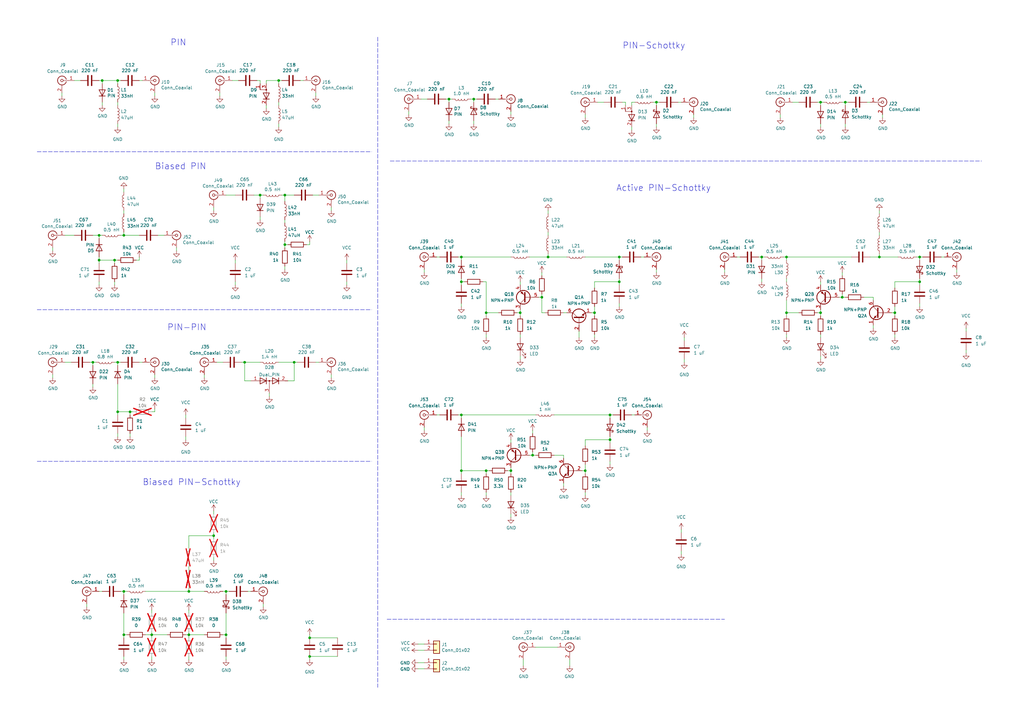
<source format=kicad_sch>
(kicad_sch (version 20231120) (generator "eeschema") (generator_version "8.0")
  (paper "A3")
  (junction (at 322.58 105.41))
  (junction (at 46.99 106.68))
  (junction (at 218.44 186.69))
  (junction (at 50.8 242.57))
  (junction (at 38.1 148.59))
  (junction (at 40.64 106.68))
  (junction (at 213.36 128.27))
  (junction (at 48.26 33.02))
  (junction (at 224.79 105.41))
  (junction (at 377.19 115.57))
  (junction (at 199.39 128.27))
  (junction (at 189.23 105.41))
  (junction (at 116.84 100.33))
  (junction (at 50.8 260.35))
  (junction (at 50.8 96.52))
  (junction (at 322.58 128.27))
  (junction (at 250.19 170.18))
  (junction (at 77.47 242.57))
  (junction (at 189.23 170.18))
  (junction (at 127 269.24))
  (junction (at 346.71 41.91))
  (junction (at 48.26 148.59))
  (junction (at 336.55 41.91))
  (junction (at 345.44 121.92))
  (junction (at 40.64 96.52))
  (junction (at 62.23 260.35))
  (junction (at 360.68 105.41))
  (junction (at 100.33 148.59))
  (junction (at 199.39 193.04))
  (junction (at 194.31 40.64))
  (junction (at 367.03 128.27))
  (junction (at 336.55 128.27))
  (junction (at 240.03 193.04))
  (junction (at 312.42 105.41))
  (junction (at 92.71 242.57))
  (junction (at 127 261.62))
  (junction (at 53.34 168.91))
  (junction (at 92.71 260.35))
  (junction (at 116.84 80.01))
  (junction (at 189.23 193.04))
  (junction (at 222.25 121.92))
  (junction (at 48.26 168.91))
  (junction (at 254 115.57))
  (junction (at 377.19 105.41))
  (junction (at 254 105.41))
  (junction (at 41.91 33.02))
  (junction (at 250.19 180.34))
  (junction (at 114.3 33.02))
  (junction (at 184.15 40.64))
  (junction (at 209.55 193.04))
  (junction (at 106.68 80.01))
  (junction (at 77.47 260.35))
  (junction (at 269.24 41.91))
  (junction (at 87.63 219.71))
  (junction (at 120.65 148.59))
  (junction (at 243.84 128.27))
  (junction (at 189.23 115.57))
  (wire (pts (xy 114.3 33.02) (xy 114.3 34.29)))
  (wire (pts (xy 259.08 170.18) (xy 260.35 170.18)))
  (wire (pts (xy 92.71 269.24) (xy 92.71 270.51)))
  (wire (pts (xy 189.23 171.45) (xy 189.23 170.18)))
  (wire (pts (xy 76.2 170.18) (xy 76.2 171.45)))
  (wire (pts (xy 106.68 88.9) (xy 106.68 90.17)))
  (wire (pts (xy 40.64 106.68) (xy 40.64 107.95)))
  (wire (pts (xy 100.33 156.21) (xy 100.33 148.59)))
  (wire (pts (xy 213.36 127) (xy 213.36 128.27)))
  (polyline (pts (xy 15.24 189.23) (xy 152.4 189.23)) (stroke (width 0) (type dash)))
  (wire (pts (xy 25.4 38.1) (xy 25.4 39.37)))
  (wire (pts (xy 62.23 250.19) (xy 62.23 251.46)))
  (wire (pts (xy 396.24 143.51) (xy 396.24 144.78)))
  (wire (pts (xy 213.36 128.27) (xy 213.36 129.54)))
  (wire (pts (xy 92.71 251.46) (xy 92.71 260.35)))
  (wire (pts (xy 392.43 110.49) (xy 392.43 111.76)))
  (wire (pts (xy 194.31 49.53) (xy 194.31 50.8)))
  (wire (pts (xy 50.8 269.24) (xy 50.8 270.51)))
  (wire (pts (xy 199.39 193.04) (xy 199.39 194.31)))
  (wire (pts (xy 346.71 50.8) (xy 346.71 52.07)))
  (wire (pts (xy 129.54 148.59) (xy 130.81 148.59)))
  (polyline (pts (xy 160.02 66.04) (xy 402.59 66.04)) (stroke (width 0) (type dash)))
  (wire (pts (xy 222.25 121.92) (xy 222.25 128.27)))
  (wire (pts (xy 189.23 115.57) (xy 190.5 115.57)))
  (wire (pts (xy 265.43 175.26) (xy 265.43 176.53)))
  (wire (pts (xy 254 105.41) (xy 255.27 105.41)))
  (wire (pts (xy 375.92 105.41) (xy 377.19 105.41)))
  (wire (pts (xy 57.15 106.68) (xy 57.15 105.41)))
  (wire (pts (xy 38.1 148.59) (xy 39.37 148.59)))
  (wire (pts (xy 57.15 33.02) (xy 58.42 33.02)))
  (wire (pts (xy 209.55 201.93) (xy 209.55 203.2)))
  (wire (pts (xy 367.03 115.57) (xy 377.19 115.57)))
  (wire (pts (xy 77.47 250.19) (xy 77.47 251.46)))
  (wire (pts (xy 250.19 180.34) (xy 250.19 181.61)))
  (wire (pts (xy 367.03 125.73) (xy 367.03 128.27)))
  (wire (pts (xy 209.55 191.77) (xy 209.55 193.04)))
  (wire (pts (xy 135.89 153.67) (xy 135.89 154.94)))
  (wire (pts (xy 254 124.46) (xy 254 125.73)))
  (wire (pts (xy 240.03 180.34) (xy 250.19 180.34)))
  (wire (pts (xy 269.24 50.8) (xy 269.24 52.07)))
  (wire (pts (xy 336.55 137.16) (xy 336.55 138.43)))
  (wire (pts (xy 59.69 260.35) (xy 62.23 260.35)))
  (wire (pts (xy 250.19 189.23) (xy 250.19 190.5)))
  (wire (pts (xy 345.44 41.91) (xy 346.71 41.91)))
  (wire (pts (xy 262.89 105.41) (xy 264.16 105.41)))
  (wire (pts (xy 386.08 105.41) (xy 387.35 105.41)))
  (wire (pts (xy 336.55 146.05) (xy 336.55 147.32)))
  (wire (pts (xy 107.95 247.65) (xy 107.95 248.92)))
  (wire (pts (xy 46.99 148.59) (xy 48.26 148.59)))
  (wire (pts (xy 173.99 175.26) (xy 173.99 176.53)))
  (wire (pts (xy 120.65 156.21) (xy 118.11 156.21)))
  (wire (pts (xy 243.84 125.73) (xy 243.84 128.27)))
  (wire (pts (xy 57.15 148.59) (xy 58.42 148.59)))
  (wire (pts (xy 49.53 96.52) (xy 50.8 96.52)))
  (wire (pts (xy 284.48 46.99) (xy 284.48 48.26)))
  (wire (pts (xy 46.99 106.68) (xy 46.99 107.95)))
  (wire (pts (xy 40.64 33.02) (xy 41.91 33.02)))
  (wire (pts (xy 269.24 41.91) (xy 269.24 43.18)))
  (wire (pts (xy 64.77 96.52) (xy 67.31 96.52)))
  (wire (pts (xy 224.79 86.36) (xy 224.79 87.63)))
  (wire (pts (xy 269.24 110.49) (xy 269.24 111.76)))
  (wire (pts (xy 240.03 201.93) (xy 240.03 203.2)))
  (wire (pts (xy 336.55 50.8) (xy 336.55 52.07)))
  (wire (pts (xy 114.3 33.02) (xy 115.57 33.02)))
  (wire (pts (xy 335.28 128.27) (xy 336.55 128.27)))
  (wire (pts (xy 62.23 260.35) (xy 62.23 261.62)))
  (wire (pts (xy 346.71 41.91) (xy 347.98 41.91)))
  (wire (pts (xy 312.42 114.3) (xy 312.42 115.57)))
  (wire (pts (xy 218.44 176.53) (xy 218.44 177.8)))
  (wire (pts (xy 367.03 137.16) (xy 367.03 138.43)))
  (wire (pts (xy 91.44 260.35) (xy 92.71 260.35)))
  (wire (pts (xy 237.49 135.89) (xy 237.49 138.43)))
  (wire (pts (xy 219.71 170.18) (xy 189.23 170.18)))
  (wire (pts (xy 92.71 80.01) (xy 96.52 80.01)))
  (wire (pts (xy 53.34 168.91) (xy 53.34 170.18)))
  (wire (pts (xy 99.06 148.59) (xy 100.33 148.59)))
  (wire (pts (xy 171.45 264.16) (xy 173.99 264.16)))
  (wire (pts (xy 95.25 33.02) (xy 97.79 33.02)))
  (wire (pts (xy 297.18 110.49) (xy 297.18 111.76)))
  (polyline (pts (xy 15.24 127) (xy 152.4 127)) (stroke (width 0) (type dash)))
  (wire (pts (xy 189.23 115.57) (xy 189.23 116.84)))
  (wire (pts (xy 96.52 106.68) (xy 96.52 107.95)))
  (wire (pts (xy 198.12 115.57) (xy 199.39 115.57)))
  (wire (pts (xy 243.84 128.27) (xy 243.84 129.54)))
  (wire (pts (xy 358.14 121.92) (xy 358.14 123.19)))
  (wire (pts (xy 40.64 115.57) (xy 40.64 116.84)))
  (wire (pts (xy 322.58 105.41) (xy 349.25 105.41)))
  (wire (pts (xy 21.59 101.6) (xy 21.59 102.87)))
  (wire (pts (xy 345.44 120.65) (xy 345.44 121.92)))
  (wire (pts (xy 254 114.3) (xy 254 115.57)))
  (wire (pts (xy 30.48 33.02) (xy 33.02 33.02)))
  (wire (pts (xy 377.19 105.41) (xy 378.46 105.41)))
  (wire (pts (xy 199.39 128.27) (xy 204.47 128.27)))
  (wire (pts (xy 320.04 46.99) (xy 320.04 48.26)))
  (wire (pts (xy 87.63 228.6) (xy 87.63 229.87)))
  (wire (pts (xy 322.58 115.57) (xy 322.58 114.3)))
  (wire (pts (xy 87.63 218.44) (xy 87.63 219.71)))
  (wire (pts (xy 358.14 133.35) (xy 358.14 134.62)))
  (wire (pts (xy 250.19 170.18) (xy 250.19 171.45)))
  (wire (pts (xy 116.84 91.44) (xy 116.84 90.17)))
  (wire (pts (xy 62.23 168.91) (xy 63.5 168.91)))
  (wire (pts (xy 279.4 226.06) (xy 279.4 227.33)))
  (wire (pts (xy 173.99 110.49) (xy 173.99 111.76)))
  (wire (pts (xy 184.15 40.64) (xy 185.42 40.64)))
  (wire (pts (xy 227.33 186.69) (xy 231.14 186.69)))
  (wire (pts (xy 48.26 106.68) (xy 46.99 106.68)))
  (wire (pts (xy 194.31 40.64) (xy 195.58 40.64)))
  (wire (pts (xy 114.3 50.8) (xy 114.3 52.07)))
  (wire (pts (xy 77.47 259.08) (xy 77.47 260.35)))
  (wire (pts (xy 127 261.62) (xy 138.43 261.62)))
  (polyline (pts (xy 158.75 254) (xy 297.18 254)) (stroke (width 0) (type dash)))
  (wire (pts (xy 48.26 43.18) (xy 48.26 41.91)))
  (wire (pts (xy 259.08 41.91) (xy 260.35 41.91)))
  (wire (pts (xy 53.34 168.91) (xy 54.61 168.91)))
  (polyline (pts (xy 154.94 15.24) (xy 154.94 281.94)) (stroke (width 0) (type dash)))
  (wire (pts (xy 96.52 115.57) (xy 96.52 116.84)))
  (wire (pts (xy 62.23 259.08) (xy 62.23 260.35)))
  (wire (pts (xy 321.31 105.41) (xy 322.58 105.41)))
  (wire (pts (xy 254 115.57) (xy 254 116.84)))
  (wire (pts (xy 240.03 46.99) (xy 240.03 48.26)))
  (wire (pts (xy 335.28 41.91) (xy 336.55 41.91)))
  (wire (pts (xy 90.17 38.1) (xy 90.17 39.37)))
  (wire (pts (xy 87.63 85.09) (xy 87.63 86.36)))
  (wire (pts (xy 336.55 41.91) (xy 337.82 41.91)))
  (wire (pts (xy 129.54 38.1) (xy 129.54 39.37)))
  (wire (pts (xy 87.63 219.71) (xy 87.63 220.98)))
  (wire (pts (xy 48.26 33.02) (xy 48.26 34.29)))
  (wire (pts (xy 106.68 34.29) (xy 106.68 33.02)))
  (wire (pts (xy 322.58 128.27) (xy 322.58 129.54)))
  (wire (pts (xy 336.55 115.57) (xy 336.55 116.84)))
  (wire (pts (xy 222.25 120.65) (xy 222.25 121.92)))
  (wire (pts (xy 322.58 106.68) (xy 322.58 105.41)))
  (wire (pts (xy 245.11 41.91) (xy 247.65 41.91)))
  (wire (pts (xy 256.54 43.18) (xy 256.54 41.91)))
  (wire (pts (xy 38.1 149.86) (xy 38.1 148.59)))
  (wire (pts (xy 135.89 85.09) (xy 135.89 86.36)))
  (wire (pts (xy 92.71 242.57) (xy 93.98 242.57)))
  (wire (pts (xy 173.99 266.7) (xy 171.45 266.7)))
  (wire (pts (xy 231.14 128.27) (xy 232.41 128.27)))
  (wire (pts (xy 48.26 168.91) (xy 48.26 170.18)))
  (wire (pts (xy 114.3 43.18) (xy 114.3 41.91)))
  (wire (pts (xy 336.55 127) (xy 336.55 128.27)))
  (wire (pts (xy 77.47 260.35) (xy 83.82 260.35)))
  (wire (pts (xy 199.39 115.57) (xy 199.39 128.27)))
  (wire (pts (xy 189.23 124.46) (xy 189.23 125.73)))
  (wire (pts (xy 360.68 104.14) (xy 360.68 105.41)))
  (wire (pts (xy 36.83 148.59) (xy 38.1 148.59)))
  (wire (pts (xy 120.65 148.59) (xy 121.92 148.59)))
  (wire (pts (xy 218.44 186.69) (xy 219.71 186.69)))
  (wire (pts (xy 109.22 33.02) (xy 114.3 33.02)))
  (wire (pts (xy 101.6 242.57) (xy 102.87 242.57)))
  (wire (pts (xy 40.64 105.41) (xy 40.64 106.68)))
  (wire (pts (xy 367.03 115.57) (xy 367.03 118.11)))
  (wire (pts (xy 224.79 104.14) (xy 224.79 105.41)))
  (wire (pts (xy 311.15 105.41) (xy 312.42 105.41)))
  (wire (pts (xy 48.26 157.48) (xy 48.26 168.91)))
  (wire (pts (xy 231.14 198.12) (xy 231.14 199.39)))
  (wire (pts (xy 35.56 247.65) (xy 35.56 248.92)))
  (wire (pts (xy 76.2 260.35) (xy 77.47 260.35)))
  (wire (pts (xy 52.07 242.57) (xy 50.8 242.57)))
  (wire (pts (xy 242.57 128.27) (xy 243.84 128.27)))
  (wire (pts (xy 40.64 242.57) (xy 41.91 242.57)))
  (wire (pts (xy 109.22 43.18) (xy 109.22 44.45)))
  (wire (pts (xy 62.23 269.24) (xy 62.23 270.51)))
  (wire (pts (xy 62.23 260.35) (xy 68.58 260.35)))
  (wire (pts (xy 40.64 96.52) (xy 41.91 96.52)))
  (wire (pts (xy 55.88 106.68) (xy 57.15 106.68)))
  (wire (pts (xy 313.69 105.41) (xy 312.42 105.41)))
  (wire (pts (xy 250.19 170.18) (xy 251.46 170.18)))
  (wire (pts (xy 63.5 38.1) (xy 63.5 39.37)))
  (wire (pts (xy 106.68 81.28) (xy 106.68 80.01)))
  (wire (pts (xy 322.58 128.27) (xy 327.66 128.27)))
  (wire (pts (xy 356.87 105.41) (xy 360.68 105.41)))
  (wire (pts (xy 254 105.41) (xy 254 106.68)))
  (wire (pts (xy 220.98 121.92) (xy 222.25 121.92)))
  (wire (pts (xy 179.07 170.18) (xy 180.34 170.18)))
  (wire (pts (xy 259.08 41.91) (xy 259.08 43.18)))
  (wire (pts (xy 199.39 193.04) (xy 189.23 193.04)))
  (wire (pts (xy 361.95 46.99) (xy 361.95 48.26)))
  (wire (pts (xy 77.47 242.57) (xy 83.82 242.57)))
  (wire (pts (xy 50.8 251.46) (xy 50.8 260.35)))
  (wire (pts (xy 345.44 111.76) (xy 345.44 113.03)))
  (wire (pts (xy 278.13 41.91) (xy 279.4 41.91)))
  (wire (pts (xy 92.71 260.35) (xy 92.71 261.62)))
  (wire (pts (xy 209.55 210.82) (xy 209.55 212.09)))
  (wire (pts (xy 203.2 40.64) (xy 204.47 40.64)))
  (wire (pts (xy 312.42 106.68) (xy 312.42 105.41)))
  (wire (pts (xy 171.45 271.78) (xy 173.99 271.78)))
  (wire (pts (xy 50.8 77.47) (xy 50.8 78.74)))
  (wire (pts (xy 110.49 161.29) (xy 110.49 162.56)))
  (wire (pts (xy 106.68 80.01) (xy 107.95 80.01)))
  (wire (pts (xy 105.41 33.02) (xy 106.68 33.02)))
  (wire (pts (xy 123.19 33.02) (xy 124.46 33.02)))
  (polyline (pts (xy 15.24 62.23) (xy 152.4 62.23)) (stroke (width 0) (type dash)))
  (wire (pts (xy 250.19 179.07) (xy 250.19 180.34)))
  (wire (pts (xy 127 100.33) (xy 127 99.06)))
  (wire (pts (xy 189.23 179.07) (xy 189.23 193.04)))
  (wire (pts (xy 116.84 80.01) (xy 116.84 82.55)))
  (wire (pts (xy 189.23 201.93) (xy 189.23 203.2)))
  (wire (pts (xy 50.8 96.52) (xy 57.15 96.52)))
  (wire (pts (xy 77.47 241.3) (xy 77.47 242.57)))
  (wire (pts (xy 100.33 148.59) (xy 106.68 148.59)))
  (wire (pts (xy 48.26 168.91) (xy 53.34 168.91)))
  (wire (pts (xy 77.47 219.71) (xy 87.63 219.71)))
  (wire (pts (xy 219.71 265.43) (xy 228.6 265.43)))
  (wire (pts (xy 279.4 217.17) (xy 279.4 218.44)))
  (wire (pts (xy 267.97 41.91) (xy 269.24 41.91)))
  (wire (pts (xy 240.03 105.41) (xy 254 105.41)))
  (wire (pts (xy 77.47 269.24) (xy 77.47 270.51)))
  (wire (pts (xy 233.68 270.51) (xy 233.68 273.05)))
  (wire (pts (xy 77.47 242.57) (xy 59.69 242.57)))
  (wire (pts (xy 49.53 242.57) (xy 50.8 242.57)))
  (wire (pts (xy 48.26 50.8) (xy 48.26 52.07)))
  (wire (pts (xy 104.14 80.01) (xy 106.68 80.01)))
  (wire (pts (xy 213.36 115.57) (xy 213.36 116.84)))
  (wire (pts (xy 240.03 180.34) (xy 240.03 182.88)))
  (wire (pts (xy 199.39 193.04) (xy 200.66 193.04)))
  (wire (pts (xy 50.8 86.36) (xy 50.8 87.63)))
  (wire (pts (xy 189.23 114.3) (xy 189.23 115.57)))
  (wire (pts (xy 120.65 148.59) (xy 120.65 156.21)))
  (wire (pts (xy 127 260.35) (xy 127 261.62)))
  (wire (pts (xy 243.84 115.57) (xy 254 115.57)))
  (wire (pts (xy 76.2 179.07) (xy 76.2 180.34)))
  (wire (pts (xy 209.55 45.72) (xy 209.55 46.99)))
  (wire (pts (xy 360.68 95.25) (xy 360.68 96.52)))
  (wire (pts (xy 218.44 185.42) (xy 218.44 186.69)))
  (wire (pts (xy 184.15 49.53) (xy 184.15 50.8)))
  (wire (pts (xy 224.79 95.25) (xy 224.79 96.52)))
  (wire (pts (xy 48.26 148.59) (xy 48.26 149.86)))
  (wire (pts (xy 116.84 80.01) (xy 120.65 80.01)))
  (wire (pts (xy 182.88 40.64) (xy 184.15 40.64)))
  (wire (pts (xy 125.73 100.33) (xy 127 100.33)))
  (wire (pts (xy 87.63 209.55) (xy 87.63 210.82)))
  (wire (pts (xy 92.71 242.57) (xy 92.71 243.84)))
  (wire (pts (xy 77.47 260.35) (xy 77.47 261.62)))
  (wire (pts (xy 77.47 232.41) (xy 77.47 233.68)))
  (wire (pts (xy 26.67 96.52) (xy 30.48 96.52)))
  (wire (pts (xy 217.17 186.69) (xy 218.44 186.69)))
  (wire (pts (xy 127 269.24) (xy 127 270.51)))
  (wire (pts (xy 231.14 186.69) (xy 231.14 187.96)))
  (wire (pts (xy 88.9 148.59) (xy 91.44 148.59)))
  (wire (pts (xy 63.5 168.91) (xy 63.5 167.64)))
  (wire (pts (xy 345.44 121.92) (xy 346.71 121.92)))
  (wire (pts (xy 46.99 115.57) (xy 46.99 116.84)))
  (wire (pts (xy 325.12 41.91) (xy 327.66 41.91)))
  (wire (pts (xy 50.8 260.35) (xy 50.8 261.62)))
  (wire (pts (xy 354.33 121.92) (xy 358.14 121.92)))
  (wire (pts (xy 280.67 147.32) (xy 280.67 148.59)))
  (wire (pts (xy 172.72 40.64) (xy 175.26 40.64)))
  (wire (pts (xy 377.19 124.46) (xy 377.19 125.73)))
  (wire (pts (xy 167.64 45.72) (xy 167.64 46.99)))
  (wire (pts (xy 77.47 224.79) (xy 77.47 219.71)))
  (wire (pts (xy 83.82 153.67) (xy 83.82 154.94)))
  (wire (pts (xy 114.3 148.59) (xy 120.65 148.59)))
  (wire (pts (xy 365.76 128.27) (xy 367.03 128.27)))
  (wire (pts (xy 255.27 41.91) (xy 256.54 41.91)))
  (wire (pts (xy 322.58 123.19) (xy 322.58 128.27)))
  (wire (pts (xy 209.55 193.04) (xy 209.55 194.31)))
  (wire (pts (xy 127 269.24) (xy 138.43 269.24)))
  (wire (pts (xy 240.03 193.04) (xy 240.03 194.31)))
  (wire (pts (xy 50.8 243.84) (xy 50.8 242.57)))
  (wire (pts (xy 360.68 105.41) (xy 368.3 105.41)))
  (wire (pts (xy 259.08 52.07) (xy 259.08 53.34)))
  (wire (pts (xy 240.03 190.5) (xy 240.03 193.04)))
  (wire (pts (xy 213.36 137.16) (xy 213.36 138.43)))
  (wire (pts (xy 199.39 137.16) (xy 199.39 138.43)))
  (wire (pts (xy 179.07 105.41) (xy 180.34 105.41)))
  (wire (pts (xy 377.19 105.41) (xy 377.19 106.68)))
  (wire (pts (xy 53.34 177.8) (xy 53.34 179.07)))
  (wire (pts (xy 41.91 41.91) (xy 41.91 43.18)))
  (wire (pts (xy 217.17 105.41) (xy 224.79 105.41)))
  (wire (pts (xy 213.36 146.05) (xy 213.36 147.32)))
  (wire (pts (xy 243.84 137.16) (xy 243.84 138.43)))
  (wire (pts (xy 344.17 121.92) (xy 345.44 121.92)))
  (wire (pts (xy 212.09 128.27) (xy 213.36 128.27)))
  (wire (pts (xy 41.91 34.29) (xy 41.91 33.02)))
  (wire (pts (xy 187.96 170.18) (xy 189.23 170.18)))
  (wire (pts (xy 26.67 148.59) (xy 29.21 148.59)))
  (wire (pts (xy 209.55 180.34) (xy 209.55 181.61)))
  (wire (pts (xy 322.58 137.16) (xy 322.58 138.43)))
  (wire (pts (xy 21.59 153.67) (xy 21.59 154.94)))
  (wire (pts (xy 199.39 201.93) (xy 199.39 203.2)))
  (wire (pts (xy 72.39 101.6) (xy 72.39 102.87)))
  (wire (pts (xy 63.5 153.67) (xy 63.5 154.94)))
  (wire (pts (xy 91.44 242.57) (xy 92.71 242.57)))
  (wire (pts (xy 269.24 41.91) (xy 270.51 41.91)))
  (wire (pts (xy 214.63 270.51) (xy 214.63 273.05)))
  (wire (pts (xy 238.76 193.04) (xy 240.03 193.04)))
  (wire (pts (xy 48.26 148.59) (xy 49.53 148.59)))
  (wire (pts (xy 377.19 114.3) (xy 377.19 115.57)))
  (wire (pts (xy 115.57 80.01) (xy 116.84 80.01)))
  (wire (pts (xy 116.84 109.22) (xy 116.84 110.49)))
  (wire (pts (xy 224.79 105.41) (xy 232.41 105.41)))
  (wire (pts (xy 184.15 41.91) (xy 184.15 40.64)))
  (wire (pts (xy 377.19 115.57) (xy 377.19 116.84)))
  (wire (pts (xy 173.99 274.32) (xy 171.45 274.32)))
  (wire (pts (xy 208.28 193.04) (xy 209.55 193.04)))
  (wire (pts (xy 280.67 138.43) (xy 280.67 139.7)))
  (wire (pts (xy 346.71 41.91) (xy 346.71 43.18)))
  (wire (pts (xy 189.23 193.04) (xy 189.23 194.31)))
  (wire (pts (xy 116.84 100.33) (xy 116.84 101.6)))
  (wire (pts (xy 142.24 106.68) (xy 142.24 107.95)))
  (wire (pts (xy 187.96 105.41) (xy 189.23 105.41)))
  (wire (pts (xy 360.68 86.36) (xy 360.68 87.63)))
  (wire (pts (xy 41.91 33.02) (xy 48.26 33.02)))
  (wire (pts (xy 50.8 95.25) (xy 50.8 96.52)))
  (wire (pts (xy 48.26 177.8) (xy 48.26 179.07)))
  (wire (pts (xy 199.39 128.27) (xy 199.39 129.54)))
  (wire (pts (xy 222.25 111.76) (xy 222.25 113.03)))
  (wire (pts (xy 38.1 96.52) (xy 40.64 96.52)))
  (wire (pts (xy 227.33 170.18) (xy 250.19 170.18)))
  (wire (pts (xy 128.27 80.01) (xy 130.81 80.01)))
  (wire (pts (xy 40.64 97.79) (xy 40.64 96.52)))
  (wire (pts (xy 193.04 40.64) (xy 194.31 40.64)))
  (wire (pts (xy 116.84 100.33) (xy 116.84 99.06)))
  (wire (pts (xy 40.64 106.68) (xy 46.99 106.68)))
  (wire (pts (xy 367.03 128.27) (xy 367.03 129.54)))
  (wire (pts (xy 118.11 100.33) (xy 116.84 100.33)))
  (wire (pts (xy 302.26 105.41) (xy 303.53 105.41)))
  (wire (pts (xy 102.87 156.21) (xy 100.33 156.21)))
  (wire (pts (xy 189.23 106.68) (xy 189.23 105.41)))
  (wire (pts (xy 142.24 115.57) (xy 142.24 116.84)))
  (wire (pts (xy 396.24 134.62) (xy 396.24 135.89)))
  (wire (pts (xy 50.8 260.35) (xy 52.07 260.35)))
  (wire (pts (xy 336.55 128.27) (xy 336.55 129.54)))
  (wire (pts (xy 189.23 105.41) (xy 209.55 105.41)))
  (wire (pts (xy 336.55 43.18) (xy 336.55 41.91)))
  (wire (pts (xy 109.22 33.02) (xy 109.22 34.29)))
  (wire (pts (xy 355.6 41.91) (xy 356.87 41.91)))
  (wire (pts (xy 194.31 40.64) (xy 194.31 41.91)))
  (wire (pts (xy 38.1 157.48) (xy 38.1 158.75)))
  (wire (pts (xy 222.25 128.27) (xy 223.52 128.27)))
  (wire (pts (xy 48.26 33.02) (xy 49.53 33.02)))
  (wire (pts (xy 243.84 115.57) (xy 243.84 118.11)))
  (text "Active PIN-Schottky" (at 252.73 78.74 0) (effects (font (size 2.54 2.54)) (justify left bottom)))
  (text "Biased PIN-Schottky" (at 58.42 199.39 0) (effects (font (size 2.54 2.54)) (justify left bottom)))
  (text "PIN" (at 69.85 19.05 0) (effects (font (size 2.54 2.54)) (justify left bottom)))
  (text "PIN-PIN" (at 68.58 135.89 0) (effects (font (size 2.54 2.54)) (justify left bottom)))
  (text "PIN-Schottky" (at 255.27 20.32 0) (effects (font (size 2.54 2.54)) (justify left bottom)))
  (text "Biased PIN" (at 63.5 69.85 0) (effects (font (size 2.54 2.54)) (justify left bottom)))
  (symbol (lib_id "Device:D") (at 41.91 38.1 90) (unit 1)
    (property "Reference" "D1" (at 43.942 36.9316 90) (effects (justify right)))
    (property "Value" "PIN" (at 43.942 39.243 90) (effects (justify right)))
    (property "Footprint" "limiters:SMP1345-087LF" (effects (hide yes)))
    (property "Manufacturer" "Skyworks" (effects (hide yes)))
    (property "Part Number" "SMP1345-087LF" (effects (hide yes)))
  )
  (symbol (lib_id "Connector:Conn_Coaxial") (at 90.17 33.02 0) (mirror y) (unit 1)
    (property "Reference" "J15" (at 90.4874 26.67 0))
    (property "Value" "Conn_Coaxial" (at 90.4874 29.21 0))
    (property "Footprint" "sma-variants:Linx_SMA_CONSMA003.062" (effects (hide yes)))
    (property "Manufacturer" "Linx Technologies" (effects (hide yes)))
    (property "Part Number" "CONSMA003.062" (effects (hide yes)))
  )
  (symbol (lib_id "power:GND") (at 90.17 39.37 0) (unit 1)
    (property "Reference" "#PWR022" (effects (hide yes)))
    (property "Value" "GND" (at 90.297 43.7642 0))
  )
  (symbol (lib_id "Connector:Conn_Coaxial") (at 129.54 33.02 0) (unit 1)
    (property "Reference" "J16" (at 132.08 33.655 0) (effects (justify left)))
    (property "Value" "Conn_Coaxial" (at 132.08 35.9664 0) (effects (justify left)))
    (property "Footprint" "sma-variants:Linx_SMA_CONSMA003.062" (effects (hide yes)))
    (property "Manufacturer" "Linx Technologies" (effects (hide yes)))
    (property "Part Number" "CONSMA003.062" (effects (hide yes)))
  )
  (symbol (lib_id "power:GND") (at 129.54 39.37 0) (unit 1)
    (property "Reference" "#PWR030" (effects (hide yes)))
    (property "Value" "GND" (at 129.667 43.7642 0))
  )
  (symbol (lib_id "Device:C") (at 119.38 33.02 270) (unit 1)
    (property "Reference" "C18" (at 119.38 26.6192 90))
    (property "Value" "220 nF" (at 119.38 28.9306 90))
    (property "Footprint" "Capacitor_SMD:C_0201_0603Metric" (effects (hide yes)))
    (property "Manufacturer" "Murata" (effects (hide yes)))
    (property "Part Number" "GRM033R61A224KE90D" (effects (hide yes)))
  )
  (symbol (lib_id "Device:C") (at 101.6 33.02 270) (unit 1)
    (property "Reference" "C17" (at 101.6 26.6192 90))
    (property "Value" "220 nF" (at 101.6 28.9306 90))
    (property "Footprint" "Capacitor_SMD:C_0201_0603Metric" (effects (hide yes)))
    (property "Manufacturer" "Murata" (effects (hide yes)))
    (property "Part Number" "GRM033R61A224KE90D" (effects (hide yes)))
  )
  (symbol (lib_id "power:GND") (at 109.22 44.45 0) (unit 1)
    (property "Reference" "#PWR034" (effects (hide yes)))
    (property "Value" "GND" (at 109.347 48.8442 0))
  )
  (symbol (lib_id "Connector_Generic:Conn_01x02") (at 179.07 264.16 0) (unit 1)
    (property "Reference" "J1" (at 181.102 264.3632 0) (effects (justify left)))
    (property "Value" "Conn_01x02" (at 181.102 266.6746 0) (effects (justify left)))
    (property "Footprint" "Connector_PinHeader_2.54mm:PinHeader_1x02_P2.54mm_Vertical" (effects (hide yes)))
  )
  (symbol (lib_id "Connector_Generic:Conn_01x02") (at 179.07 271.78 0) (unit 1)
    (property "Reference" "J2" (at 181.102 271.9832 0) (effects (justify left)))
    (property "Value" "Conn_01x02" (at 181.102 274.2946 0) (effects (justify left)))
    (property "Footprint" "Connector_PinHeader_2.54mm:PinHeader_1x02_P2.54mm_Vertical" (effects (hide yes)))
  )
  (symbol (lib_id "power:VCC") (at 171.45 264.16 90) (unit 1)
    (property "Reference" "#PWR01" (effects (hide yes)))
    (property "Value" "VCC" (at 168.2242 263.779 90) (effects (justify left)))
  )
  (symbol (lib_id "power:VCC") (at 171.45 266.7 90) (unit 1)
    (property "Reference" "#PWR02" (effects (hide yes)))
    (property "Value" "VCC" (at 168.2242 266.319 90) (effects (justify left)))
  )
  (symbol (lib_id "power:GND") (at 171.45 271.78 270) (unit 1)
    (property "Reference" "#PWR03" (effects (hide yes)))
    (property "Value" "GND" (at 168.1988 271.907 90) (effects (justify right)))
  )
  (symbol (lib_id "power:GND") (at 171.45 274.32 270) (unit 1)
    (property "Reference" "#PWR04" (effects (hide yes)))
    (property "Value" "GND" (at 168.1988 274.447 90) (effects (justify right)))
  )
  (symbol (lib_id "Connector:Conn_Coaxial") (at 25.4 33.02 0) (mirror y) (unit 1)
    (property "Reference" "J9" (at 25.7174 26.67 0))
    (property "Value" "Conn_Coaxial" (at 25.7174 29.21 0))
    (property "Footprint" "sma-variants:Linx_SMA_CONSMA003.062" (effects (hide yes)))
    (property "Manufacturer" "Linx Technologies" (effects (hide yes)))
    (property "Part Number" "CONSMA003.062" (effects (hide yes)))
  )
  (symbol (lib_id "power:GND") (at 25.4 39.37 0) (unit 1)
    (property "Reference" "#PWR020" (effects (hide yes)))
    (property "Value" "GND" (at 25.527 43.7642 0))
  )
  (symbol (lib_id "Connector:Conn_Coaxial") (at 63.5 33.02 0) (unit 1)
    (property "Reference" "J10" (at 66.04 33.655 0) (effects (justify left)))
    (property "Value" "Conn_Coaxial" (at 66.04 35.9664 0) (effects (justify left)))
    (property "Footprint" "sma-variants:Linx_SMA_CONSMA003.062" (effects (hide yes)))
    (property "Manufacturer" "Linx Technologies" (effects (hide yes)))
    (property "Part Number" "CONSMA003.062" (effects (hide yes)))
  )
  (symbol (lib_id "power:GND") (at 63.5 39.37 0) (unit 1)
    (property "Reference" "#PWR021" (effects (hide yes)))
    (property "Value" "GND" (at 63.627 43.7642 0))
  )
  (symbol (lib_id "Device:C") (at 53.34 33.02 270) (unit 1)
    (property "Reference" "C12" (at 53.34 26.6192 90))
    (property "Value" "220 nF" (at 53.34 28.9306 90))
    (property "Footprint" "Capacitor_SMD:C_0201_0603Metric" (effects (hide yes)))
    (property "Manufacturer" "Murata" (effects (hide yes)))
    (property "Part Number" "GRM033R61A224KE90D" (effects (hide yes)))
  )
  (symbol (lib_id "Device:C") (at 36.83 33.02 270) (unit 1)
    (property "Reference" "C11" (at 36.83 26.6192 90))
    (property "Value" "220 nF" (at 36.83 28.9306 90))
    (property "Footprint" "Capacitor_SMD:C_0201_0603Metric" (effects (hide yes)))
    (property "Manufacturer" "Murata" (effects (hide yes)))
    (property "Part Number" "GRM033R61A224KE90D" (effects (hide yes)))
  )
  (symbol (lib_id "Connector:Conn_Coaxial") (at 214.63 265.43 0) (mirror y) (unit 1)
    (property "Reference" "J37" (at 216.4588 259.3848 0))
    (property "Value" "Conn_Coaxial" (at 216.4588 261.6962 0))
    (property "Footprint" "sma-variants:Linx_SMA_CONSMA003.062" (effects (hide yes)))
    (property "Manufacturer" "Linx Technologies" (effects (hide yes)))
    (property "Part Number" "CONSMA003.062" (effects (hide yes)))
  )
  (symbol (lib_id "power:GND") (at 214.63 273.05 0) (unit 1)
    (property "Reference" "#PWR084" (effects (hide yes)))
    (property "Value" "GND" (at 214.757 277.4442 0))
  )
  (symbol (lib_id "power:GND") (at 41.91 43.18 0) (unit 1)
    (property "Reference" "#PWR031" (effects (hide yes)))
    (property "Value" "GND" (at 42.037 47.5742 0))
  )
  (symbol (lib_id "Connector:Conn_Coaxial") (at 233.68 265.43 0) (unit 1)
    (property "Reference" "J38" (at 231.8512 259.3848 0))
    (property "Value" "Conn_Coaxial" (at 231.8512 261.6962 0))
    (property "Footprint" "sma-variants:Linx_SMA_CONSMA003.062" (effects (hide yes)))
    (property "Manufacturer" "Linx Technologies" (effects (hide yes)))
    (property "Part Number" "CONSMA003.062" (effects (hide yes)))
  )
  (symbol (lib_id "power:GND") (at 233.68 273.05 0) (mirror y) (unit 1)
    (property "Reference" "#PWR085" (effects (hide yes)))
    (property "Value" "GND" (at 233.553 277.4442 0))
  )
  (symbol (lib_id "limiters:D_AKA") (at 109.22 39.37 90) (unit 1)
    (property "Reference" "D9" (at 105.41 36.8934 90) (effects (justify left)))
    (property "Value" "PIN" (at 105.41 39.4334 90) (effects (justify left)))
    (property "Footprint" "limiters:SMP1304-085LF" (effects (hide yes)))
    (property "Manufacturer" "Skyworks" (effects (hide yes)))
    (property "Part Number" "SMP1304-085LF" (effects (hide yes)))
  )
  (symbol (lib_id "Device:D_Dual_Series_AKC") (at 110.49 156.21 0) (unit 1)
    (property "Reference" "D28" (at 110.49 150.6982 0))
    (property "Value" "Dual_PIN" (at 110.49 153.67 0))
    (property "Footprint" "Package_TO_SOT_SMD:SOT-23" (effects (hide yes)))
    (property "Manufacturer" "Skyworks" (effects (hide yes)))
    (property "Part Number" "SMP1304-005LF" (effects (hide yes)))
    (property "Substitution" "SMP1307-005LF, Infineon BAR6404WH6327XTSA1, BAR63-04WH6327, onsemi 1SV267-TB-E" (effects (hide yes)))
  )
  (symbol (lib_id "Connector:Conn_Coaxial") (at 83.82 148.59 0) (mirror y) (unit 1)
    (property "Reference" "J35" (at 84.1374 142.24 0))
    (property "Value" "Conn_Coaxial" (at 84.1374 144.78 0))
    (property "Footprint" "sma-variants:Linx_SMA_CONSMA003.062" (effects (hide yes)))
    (property "Manufacturer" "Linx Technologies" (effects (hide yes)))
    (property "Part Number" "CONSMA003.062" (effects (hide yes)))
  )
  (symbol (lib_id "power:GND") (at 83.82 154.94 0) (unit 1)
    (property "Reference" "#PWR076" (effects (hide yes)))
    (property "Value" "GND" (at 83.947 159.3342 0))
  )
  (symbol (lib_id "Connector:Conn_Coaxial") (at 135.89 148.59 0) (unit 1)
    (property "Reference" "J36" (at 138.43 149.225 0) (effects (justify left)))
    (property "Value" "Conn_Coaxial" (at 138.43 151.5364 0) (effects (justify left)))
    (property "Footprint" "sma-variants:Linx_SMA_CONSMA003.062" (effects (hide yes)))
    (property "Manufacturer" "Linx Technologies" (effects (hide yes)))
    (property "Part Number" "CONSMA003.062" (effects (hide yes)))
  )
  (symbol (lib_id "power:GND") (at 135.89 154.94 0) (unit 1)
    (property "Reference" "#PWR077" (effects (hide yes)))
    (property "Value" "GND" (at 136.017 159.3342 0))
  )
  (symbol (lib_id "Device:C") (at 125.73 148.59 270) (unit 1)
    (property "Reference" "C38" (at 125.73 142.1892 90))
    (property "Value" "220 nF" (at 125.73 144.5006 90))
    (property "Footprint" "Capacitor_SMD:C_0201_0603Metric" (effects (hide yes)))
    (property "Manufacturer" "Murata" (effects (hide yes)))
    (property "Part Number" "GRM033R61A224KE90D" (effects (hide yes)))
  )
  (symbol (lib_id "Device:C") (at 95.25 148.59 270) (unit 1)
    (property "Reference" "C37" (at 95.25 142.1892 90))
    (property "Value" "220 nF" (at 95.25 144.5006 90))
    (property "Footprint" "Capacitor_SMD:C_0201_0603Metric" (effects (hide yes)))
    (property "Manufacturer" "Murata" (effects (hide yes)))
    (property "Part Number" "GRM033R61A224KE90D" (effects (hide yes)))
  )
  (symbol (lib_id "Device:L") (at 110.49 148.59 270) (unit 1)
    (property "Reference" "L20" (at 110.49 143.9926 90))
    (property "Value" "1.4 nH" (at 110.49 146.304 90))
    (property "Footprint" "Inductor_SMD:L_0201_0603Metric" (effects (hide yes)))
    (property "Manufacturer" "Murata" (effects (hide yes)))
    (property "Part Number" "LQP03HQ1N4W02D" (effects (hide yes)))
  )
  (symbol (lib_id "power:GND") (at 110.49 162.56 0) (unit 1)
    (property "Reference" "#PWR083" (effects (hide yes)))
    (property "Value" "GND" (at 110.617 166.9542 0))
  )
  (symbol (lib_id "Device:D") (at 336.55 46.99 90) (unit 1)
    (property "Reference" "D14" (at 339.09 45.7199 90) (effects (justify right)))
    (property "Value" "PIN" (at 339.09 48.2599 90) (effects (justify right)))
    (property "Footprint" "limiters:SMP1345-087LF" (effects (hide yes)))
    (property "Manufacturer" "Skyworks" (effects (hide yes)))
    (property "Part Number" "SMP1345-087LF" (effects (hide yes)))
    (property "Substitution" "SMP1302-087LF, SMP1331-087LF" (effects (hide yes)))
  )
  (symbol (lib_id "Connector:Conn_Coaxial") (at 320.04 41.91 0) (mirror y) (unit 1)
    (property "Reference" "J21" (at 320.3574 35.56 0))
    (property "Value" "Conn_Coaxial" (at 320.3574 38.1 0))
    (property "Footprint" "sma-variants:Linx_SMA_CONSMA003.062" (effects (hide yes)))
    (property "Manufacturer" "Linx Technologies" (effects (hide yes)))
    (property "Part Number" "CONSMA003.062" (effects (hide yes)))
  )
  (symbol (lib_id "power:GND") (at 320.04 48.26 0) (unit 1)
    (property "Reference" "#PWR049" (effects (hide yes)))
    (property "Value" "GND" (at 320.167 52.6542 0))
  )
  (symbol (lib_id "Connector:Conn_Coaxial") (at 361.95 41.91 0) (unit 1)
    (property "Reference" "J22" (at 364.49 42.545 0) (effects (justify left)))
    (property "Value" "Conn_Coaxial" (at 364.49 44.8564 0) (effects (justify left)))
    (property "Footprint" "sma-variants:Linx_SMA_CONSMA003.062" (effects (hide yes)))
    (property "Manufacturer" "Linx Technologies" (effects (hide yes)))
    (property "Part Number" "CONSMA003.062" (effects (hide yes)))
  )
  (symbol (lib_id "power:GND") (at 361.95 48.26 0) (unit 1)
    (property "Reference" "#PWR050" (effects (hide yes)))
    (property "Value" "GND" (at 362.077 52.6542 0))
  )
  (symbol (lib_id "Device:C") (at 351.79 41.91 270) (unit 1)
    (property "Reference" "C24" (at 351.79 35.5092 90))
    (property "Value" "220 nF" (at 351.79 37.8206 90))
    (property "Footprint" "Capacitor_SMD:C_0201_0603Metric" (effects (hide yes)))
    (property "Manufacturer" "Murata" (effects (hide yes)))
    (property "Part Number" "GRM033R61A224KE90D" (effects (hide yes)))
  )
  (symbol (lib_id "Device:C") (at 331.47 41.91 270) (unit 1)
    (property "Reference" "C23" (at 331.47 35.5092 90))
    (property "Value" "220 nF" (at 331.47 37.8206 90))
    (property "Footprint" "Capacitor_SMD:C_0201_0603Metric" (effects (hide yes)))
    (property "Manufacturer" "Murata" (effects (hide yes)))
    (property "Part Number" "GRM033R61A224KE90D" (effects (hide yes)))
  )
  (symbol (lib_id "power:GND") (at 336.55 52.07 0) (unit 1)
    (property "Reference" "#PWR051" (effects (hide yes)))
    (property "Value" "GND" (at 336.677 56.4642 0))
  )
  (symbol (lib_id "Device:L") (at 341.63 41.91 270) (unit 1)
    (property "Reference" "L13" (at 341.63 37.3126 90))
    (property "Value" "0.5 nH" (at 341.63 39.624 90))
    (property "Footprint" "Inductor_SMD:L_0201_0603Metric" (effects (hide yes)))
    (property "Manufacturer" "Murata" (effects (hide yes)))
    (property "Part Number" "LQP03HQ0N5W02D" (effects (hide yes)))
  )
  (symbol (lib_id "Connector:Conn_Coaxial") (at 240.03 41.91 0) (mirror y) (unit 1)
    (property "Reference" "J19" (at 240.3474 35.56 0))
    (property "Value" "Conn_Coaxial" (at 240.3474 38.1 0))
    (property "Footprint" "sma-variants:Linx_SMA_CONSMA003.062" (effects (hide yes)))
    (property "Manufacturer" "Linx Technologies" (effects (hide yes)))
    (property "Part Number" "CONSMA003.062" (effects (hide yes)))
  )
  (symbol (lib_id "power:GND") (at 240.03 48.26 0) (unit 1)
    (property "Reference" "#PWR041" (effects (hide yes)))
    (property "Value" "GND" (at 240.157 52.6542 0))
  )
  (symbol (lib_id "Connector:Conn_Coaxial") (at 284.48 41.91 0) (unit 1)
    (property "Reference" "J20" (at 287.02 42.545 0) (effects (justify left)))
    (property "Value" "Conn_Coaxial" (at 287.02 44.8564 0) (effects (justify left)))
    (property "Footprint" "sma-variants:Linx_SMA_CONSMA003.062" (effects (hide yes)))
    (property "Manufacturer" "Linx Technologies" (effects (hide yes)))
    (property "Part Number" "CONSMA003.062" (effects (hide yes)))
  )
  (symbol (lib_id "power:GND") (at 284.48 48.26 0) (unit 1)
    (property "Reference" "#PWR042" (effects (hide yes)))
    (property "Value" "GND" (at 284.607 52.6542 0))
  )
  (symbol (lib_id "Device:C") (at 274.32 41.91 270) (unit 1)
    (property "Reference" "C22" (at 274.32 35.5092 90))
    (property "Value" "220 nF" (at 274.32 37.8206 90))
    (property "Footprint" "Capacitor_SMD:C_0201_0603Metric" (effects (hide yes)))
    (property "Manufacturer" "Murata" (effects (hide yes)))
    (property "Part Number" "GRM033R61A224KE90D" (effects (hide yes)))
  )
  (symbol (lib_id "Device:C") (at 251.46 41.91 270) (unit 1)
    (property "Reference" "C21" (at 251.46 35.5092 90))
    (property "Value" "220 nF" (at 251.46 37.8206 90))
    (property "Footprint" "Capacitor_SMD:C_0201_0603Metric" (effects (hide yes)))
    (property "Manufacturer" "Murata" (effects (hide yes)))
    (property "Part Number" "GRM033R61A224KE90D" (effects (hide yes)))
  )
  (symbol (lib_id "power:GND") (at 259.08 53.34 0) (unit 1)
    (property "Reference" "#PWR044" (effects (hide yes)))
    (property "Value" "GND" (at 259.207 57.7342 0))
  )
  (symbol (lib_id "limiters:D_AKA") (at 259.08 48.26 90) (unit 1)
    (property "Reference" "D13" (at 261.62 45.7834 90) (effects (justify right)))
    (property "Value" "PIN" (at 261.62 48.3234 90) (effects (justify right)))
    (property "Footprint" "limiters:SMP1304-085LF" (effects (hide yes)))
    (property "Manufacturer" "Skyworks" (effects (hide yes)))
    (property "Part Number" "SMP1304-085LF" (effects (hide yes)))
    (property "Substitution" "SMP1325-085LF, SMP1331-085LF, SMP1302-085LF" (effects (hide yes)))
  )
  (symbol (lib_id "Device:L") (at 264.16 41.91 270) (unit 1)
    (property "Reference" "L10" (at 264.16 37.3126 90))
    (property "Value" "0.6 nH" (at 264.16 39.624 90))
    (property "Footprint" "Inductor_SMD:L_0201_0603Metric" (effects (hide yes)))
    (property "Manufacturer" "Murata" (effects (hide yes)))
    (property "Part Number" "LQP03HQ0N6W02D" (effects (hide yes)))
  )
  (symbol (lib_id "Device:D") (at 38.1 153.67 90) (unit 1)
    (property "Reference" "D22" (at 40.64 152.3999 90) (effects (justify right)))
    (property "Value" "PIN" (at 40.64 154.9399 90) (effects (justify right)))
    (property "Footprint" "limiters:SMP1345-087LF" (effects (hide yes)))
    (property "Manufacturer" "Skyworks" (effects (hide yes)))
    (property "Part Number" "SMP1345-087LF" (effects (hide yes)))
    (property "Substitution" "SMP1302-087LF, SMP1331-087LF" (effects (hide yes)))
  )
  (symbol (lib_id "Connector:Conn_Coaxial") (at 21.59 148.59 0) (mirror y) (unit 1)
    (property "Reference" "J29" (at 21.9074 142.24 0))
    (property "Value" "Conn_Coaxial" (at 21.9074 144.78 0))
    (property "Footprint" "sma-variants:Linx_SMA_CONSMA003.062" (effects (hide yes)))
    (property "Manufacturer" "Linx Technologies" (effects (hide yes)))
    (property "Part Number" "CONSMA003.062" (effects (hide yes)))
  )
  (symbol (lib_id "power:GND") (at 21.59 154.94 0) (unit 1)
    (property "Reference" "#PWR064" (effects (hide yes)))
    (property "Value" "GND" (at 21.717 159.3342 0))
  )
  (symbol (lib_id "Connector:Conn_Coaxial") (at 63.5 148.59 0) (unit 1)
    (property "Reference" "J30" (at 66.04 149.225 0) (effects (justify left)))
    (property "Value" "Conn_Coaxial" (at 66.04 151.5364 0) (effects (justify left)))
    (property "Footprint" "sma-variants:Linx_SMA_CONSMA003.062" (effects (hide yes)))
    (property "Manufacturer" "Linx Technologies" (effects (hide yes)))
    (property "Part Number" "CONSMA003.062" (effects (hide yes)))
  )
  (symbol (lib_id "power:GND") (at 63.5 154.94 0) (unit 1)
    (property "Reference" "#PWR065" (effects (hide yes)))
    (property "Value" "GND" (at 63.627 159.3342 0))
  )
  (symbol (lib_id "Device:C") (at 53.34 148.59 270) (unit 1)
    (property "Reference" "C32" (at 53.34 142.1892 90))
    (property "Value" "220 nF" (at 53.34 144.5006 90))
    (property "Footprint" "Capacitor_SMD:C_0201_0603Metric" (effects (hide yes)))
    (property "Manufacturer" "Murata" (effects (hide yes)))
    (property "Part Number" "GRM033R61A224KE90D" (effects (hide yes)))
  )
  (symbol (lib_id "Device:C") (at 33.02 148.59 270) (unit 1)
    (property "Reference" "C31" (at 33.02 142.1892 90))
    (property "Value" "220 nF" (at 33.02 144.5006 90))
    (property "Footprint" "Capacitor_SMD:C_0201_0603Metric" (effects (hide yes)))
    (property "Manufacturer" "Murata" (effects (hide yes)))
    (property "Part Number" "GRM033R61A224KE90D" (effects (hide yes)))
  )
  (symbol (lib_id "power:GND") (at 38.1 158.75 0) (unit 1)
    (property "Reference" "#PWR068" (effects (hide yes)))
    (property "Value" "GND" (at 38.227 163.1442 0))
  )
  (symbol (lib_id "Device:L") (at 43.18 148.59 270) (unit 1)
    (property "Reference" "L18" (at 43.18 143.9926 90))
    (property "Value" "0.8 nH" (at 43.18 146.304 90))
    (property "Footprint" "Inductor_SMD:L_0201_0603Metric" (effects (hide yes)))
    (property "Manufacturer" "Murata" (effects (hide yes)))
    (property "Part Number" "LQP03HQ0N8W02D" (effects (hide yes)))
  )
  (symbol (lib_id "Device:D") (at 184.15 45.72 90) (unit 1)
    (property "Reference" "D7" (at 186.182 44.5516 90) (effects (justify right)))
    (property "Value" "PIN" (at 186.182 46.863 90) (effects (justify right)))
    (property "Footprint" "Diode_SMD:D_0201_0603Metric" (effects (hide yes)))
    (property "Manufacturer" "Infineon" (effects (hide yes)))
    (property "Part Number" "BAR9002ELSE6327XTSA1" (effects (hide yes)))
    (property "Substitution" "Toshiba JDP2S08SC" (effects (hide yes)))
  )
  (symbol (lib_id "Connector:Conn_Coaxial") (at 167.64 40.64 0) (mirror y) (unit 1)
    (property "Reference" "J7" (at 167.9574 34.29 0))
    (property "Value" "Conn_Coaxial" (at 167.9574 36.83 0))
    (property "Footprint" "sma-variants:Linx_SMA_CONSMA003.062" (effects (hide yes)))
    (property "Manufacturer" "Linx Technologies" (effects (hide yes)))
    (property "Part Number" "CONSMA003.062" (effects (hide yes)))
  )
  (symbol (lib_id "power:GND") (at 167.64 46.99 0) (unit 1)
    (property "Reference" "#PWR016" (effects (hide yes)))
    (property "Value" "GND" (at 167.767 51.3842 0))
  )
  (symbol (lib_id "power:GND") (at 194.31 50.8 0) (unit 1)
    (property "Reference" "#PWR037" (effects (hide yes)))
    (property "Value" "GND" (at 194.437 55.1942 0))
  )
  (symbol (lib_id "Connector:Conn_Coaxial") (at 209.55 40.64 0) (unit 1)
    (property "Reference" "J8" (at 212.09 41.275 0) (effects (justify left)))
    (property "Value" "Conn_Coaxial" (at 212.09 43.5864 0) (effects (justify left)))
    (property "Footprint" "sma-variants:Linx_SMA_CONSMA003.062" (effects (hide yes)))
    (property "Manufacturer" "Linx Technologies" (effects (hide yes)))
    (property "Part Number" "CONSMA003.062" (effects (hide yes)))
  )
  (symbol (lib_id "power:GND") (at 209.55 46.99 0) (unit 1)
    (property "Reference" "#PWR017" (effects (hide yes)))
    (property "Value" "GND" (at 209.677 51.3842 0))
  )
  (symbol (lib_id "Device:C") (at 199.39 40.64 270) (unit 1)
    (property "Reference" "C10" (at 199.39 34.2392 90))
    (property "Value" "220 nF" (at 199.39 36.5506 90))
    (property "Footprint" "Capacitor_SMD:C_0201_0603Metric" (effects (hide yes)))
    (property "Manufacturer" "Murata" (effects (hide yes)))
    (property "Part Number" "GRM033R61A224KE90D" (effects (hide yes)))
  )
  (symbol (lib_id "Device:C") (at 179.07 40.64 270) (unit 1)
    (property "Reference" "C9" (at 179.07 34.2392 90))
    (property "Value" "220 nF" (at 179.07 36.5506 90))
    (property "Footprint" "Capacitor_SMD:C_0201_0603Metric" (effects (hide yes)))
    (property "Manufacturer" "Murata" (effects (hide yes)))
    (property "Part Number" "GRM033R61A224KE90D" (effects (hide yes)))
  )
  (symbol (lib_id "power:GND") (at 184.15 50.8 0) (unit 1)
    (property "Reference" "#PWR019" (effects (hide yes)))
    (property "Value" "GND" (at 184.277 55.1942 0))
  )
  (symbol (lib_id "Device:D_Schottky") (at 194.31 45.72 90) (mirror x) (unit 1)
    (property "Reference" "D8" (at 196.85 44.1324 90) (effects (justify right)))
    (property "Value" "Schottky" (at 196.85 46.6724 90) (effects (justify right)))
    (property "Footprint" "Diode_SMD:D_0201_0603Metric" (effects (hide yes)))
    (property "Manufacturer" "Infineon" (effects (hide yes)))
    (property "Part Number" "BAT2402LSE6327XTSA1" (effects (hide yes)))
    (property "Substitution" "Rochester BAT6202LSE6327, Toshiba JDH2S02SL,L3F, onsemi NSR201MXT5G" (effects (hide yes)))
  )
  (symbol (lib_id "Device:L") (at 189.23 40.64 270) (unit 1)
    (property "Reference" "L3" (at 189.23 36.0426 90))
    (property "Value" "1.0 nH" (at 189.23 38.354 90))
    (property "Footprint" "Inductor_SMD:L_0201_0603Metric" (effects (hide yes)))
    (property "Manufacturer" "Murata" (effects (hide yes)))
    (property "Part Number" "LQP03HQ1N0W02D" (effects (hide yes)))
  )
  (symbol (lib_id "power:GND") (at 269.24 52.07 0) (unit 1)
    (property "Reference" "#PWR047" (effects (hide yes)))
    (property "Value" "GND" (at 269.367 56.4642 0))
  )
  (symbol (lib_id "power:GND") (at 346.71 52.07 0) (unit 1)
    (property "Reference" "#PWR052" (effects (hide yes)))
    (property "Value" "GND" (at 346.837 56.4642 0))
  )
  (symbol (lib_id "Device:C") (at 127 265.43 0) (unit 1)
    (property "Reference" "C5" (at 130.81 264.1599 0) (effects (justify left)))
    (property "Value" "1 uF" (at 130.81 266.6999 0) (effects (justify left)))
    (property "Footprint" "Capacitor_SMD:C_0201_0603Metric" (effects (hide yes)))
    (property "Manufacturer" "Murata" (effects (hide yes)))
    (property "Part Number" "GRM033R61A105ME44D" (effects (hide yes)))
  )
  (symbol (lib_id "power:GND") (at 279.4 227.33 0) (unit 1)
    (property "Reference" "#PWR025" (effects (hide yes)))
    (property "Value" "GND" (at 279.4 232.41 0))
  )
  (symbol (lib_id "Device:C") (at 34.29 96.52 270) (unit 1)
    (property "Reference" "C67" (at 34.29 90.1192 90))
    (property "Value" "220 nF" (at 34.29 92.4306 90))
    (property "Footprint" "Capacitor_SMD:C_0201_0603Metric" (effects (hide yes)))
    (property "Manufacturer" "Murata" (effects (hide yes)))
    (property "Part Number" "GRM033R61A224KE90D" (effects (hide yes)))
  )
  (symbol (lib_id "Device:L") (at 77.47 237.49 180) (unit 1) (dnp yes)
    (property "Reference" "L38" (at 78.74 236.2199 0) (effects (justify right)))
    (property "Value" "33nH" (at 78.74 238.7599 0) (effects (justify right)))
    (property "Footprint" "Inductor_SMD:L_0201_0603Metric" (effects (hide yes)))
    (property "Description" "FIXED IND 33NH 120MA 2.95OHM SMD" (effects (hide yes)))
    (property "Manufacturer" "Murata" (effects (hide yes)))
    (property "Part Number" "LQP03TN33NJ02D" (effects (hide yes)))
  )
  (symbol (lib_id "Device:LED") (at 213.36 142.24 90) (unit 1)
    (property "Reference" "D33" (at 217.17 142.5574 90) (effects (justify right)))
    (property "Value" "LED" (at 217.17 145.0974 90) (effects (justify right)))
    (property "Footprint" "LED_SMD:LED_0603_1608Metric" (effects (hide yes)))
    (property "Description" "Light emitting diode" (effects (hide yes)))
  )
  (symbol (lib_id "power:GND") (at 189.23 125.73 0) (unit 1)
    (property "Reference" "#PWR089" (effects (hide yes)))
    (property "Value" "GND" (at 189.357 130.1242 0))
  )
  (symbol (lib_name "VCC_1") (lib_id "power:VCC") (at 127 99.06 0) (unit 1)
    (property "Reference" "#PWR0143" (effects (hide yes)))
    (property "Value" "VCC" (at 127 95.25 0))
    (property "Description" "Power symbol creates a global label with name \"VCC\"" (effects (hide yes)))
  )
  (symbol (lib_id "power:GND") (at 392.43 111.76 0) (unit 1)
    (property "Reference" "#PWR0107" (effects (hide yes)))
    (property "Value" "GND" (at 392.557 116.1542 0))
  )
  (symbol (lib_id "power:GND") (at 377.19 125.73 0) (unit 1)
    (property "Reference" "#PWR0106" (effects (hide yes)))
    (property "Value" "GND" (at 377.317 130.1242 0))
  )
  (symbol (lib_id "power:GND") (at 46.99 116.84 0) (unit 1)
    (property "Reference" "#PWR0150" (effects (hide yes)))
    (property "Value" "GND" (at 47.117 121.2342 0))
  )
  (symbol (lib_name "VCC_1") (lib_id "power:VCC") (at 218.44 176.53 0) (unit 1)
    (property "Reference" "#PWR0161" (effects (hide yes)))
    (property "Value" "VCC" (at 218.44 172.72 0))
    (property "Description" "Power symbol creates a global label with name \"VCC\"" (effects (hide yes)))
  )
  (symbol (lib_id "power:GND") (at 116.84 110.49 0) (unit 1)
    (property "Reference" "#PWR0147" (effects (hide yes)))
    (property "Value" "GND" (at 116.967 114.8842 0))
  )
  (symbol (lib_id "Connector:Conn_Coaxial") (at 269.24 105.41 0) (unit 1)
    (property "Reference" "J40" (at 269.24 99.06 0))
    (property "Value" "Conn_Coaxial" (at 269.24 101.6 0))
    (property "Footprint" "sma-variants:Linx_SMA_CONSMA003.062" (effects (hide yes)))
    (property "Manufacturer" "Linx Technologies" (effects (hide yes)))
    (property "Part Number" "CONSMA003.062" (effects (hide yes)))
  )
  (symbol (lib_id "Device:R") (at 116.84 105.41 0) (mirror y) (unit 1)
    (property "Reference" "R40" (at 114.3 104.1399 0) (effects (justify left)))
    (property "Value" "1k" (at 114.3 106.6799 0) (effects (justify left)))
    (property "Footprint" "Resistor_SMD:R_0402_1005Metric" (effects (hide yes)))
    (property "Description" "Resistor" (effects (hide yes)))
  )
  (symbol (lib_id "power:GND") (at 114.3 52.07 0) (unit 1)
    (property "Reference" "#PWR09" (effects (hide yes)))
    (property "Value" "GND" (at 114.3 57.15 0))
  )
  (symbol (lib_id "power:GND") (at 360.68 86.36 180) (unit 1)
    (property "Reference" "#PWR0103" (effects (hide yes)))
    (property "Value" "GND" (at 360.553 81.9658 0))
  )
  (symbol (lib_id "Device:D") (at 189.23 110.49 270) (unit 1)
    (property "Reference" "D29" (at 186.69 109.2199 90) (effects (justify right)))
    (property "Value" "PIN" (at 186.69 111.7599 90) (effects (justify right)))
    (property "Footprint" "Diode_SMD:D_0201_0603Metric" (effects (hide yes)))
    (property "Manufacturer" "Infineon" (effects (hide yes)))
    (property "Part Number" "BAR9002ELSE6327XTSA1" (effects (hide yes)))
    (property "Substitution" "Toshiba JDP2S08SC" (effects (hide yes)))
  )
  (symbol (lib_id "Connector:Conn_Coaxial") (at 297.18 105.41 0) (mirror y) (unit 1)
    (property "Reference" "J41" (at 297.18 99.06 0))
    (property "Value" "Conn_Coaxial" (at 297.18 101.6 0))
    (property "Footprint" "sma-variants:Linx_SMA_CONSMA003.062" (effects (hide yes)))
    (property "Manufacturer" "Linx Technologies" (effects (hide yes)))
    (property "Part Number" "CONSMA003.062" (effects (hide yes)))
  )
  (symbol (lib_id "Device:L") (at 114.3 46.99 0) (unit 1)
    (property "Reference" "L5" (at 115.57 45.7199 0) (effects (justify left)))
    (property "Value" "47uH" (at 115.57 48.2599 0) (effects (justify left)))
    (property "Footprint" "Inductor_SMD:L_0603_1608Metric" (effects (hide yes)))
    (property "Description" "FIXED IND 47 UH 0.05A 3.25 OHM" (effects (hide yes)))
    (property "Manufacturer" "Taiyo Yuden" (effects (hide yes)))
    (property "Part Number" "LSQNB160808T470M" (effects (hide yes)))
    (property "Substitution" "LSQNB160808T470K" (effects (hide yes)))
  )
  (symbol (lib_id "Device:R") (at 62.23 265.43 0) (unit 1) (dnp yes)
    (property "Reference" "R47" (at 64.77 264.1599 0) (effects (justify left)))
    (property "Value" "10k" (at 64.77 266.6999 0) (effects (justify left)))
    (property "Footprint" "Resistor_SMD:R_0402_1005Metric" (effects (hide yes)))
  )
  (symbol (lib_id "power:GND") (at 107.95 248.92 0) (unit 1)
    (property "Reference" "#PWR0145" (effects (hide yes)))
    (property "Value" "GND" (at 108.077 253.3142 0))
  )
  (symbol (lib_id "Device:C") (at 259.08 105.41 270) (unit 1)
    (property "Reference" "C41" (at 259.08 99.0092 90))
    (property "Value" "1 uF" (at 259.08 101.3206 90))
    (property "Footprint" "Capacitor_SMD:C_0201_0603Metric" (effects (hide yes)))
    (property "Manufacturer" "Murata" (effects (hide yes)))
    (property "Part Number" "GRM033R61A105ME44D" (effects (hide yes)))
  )
  (symbol (lib_id "power:GND") (at 76.2 180.34 0) (unit 1)
    (property "Reference" "#PWR015" (effects (hide yes)))
    (property "Value" "GND" (at 76.2 185.42 0))
  )
  (symbol (lib_id "power:GND") (at 250.19 190.5 0) (unit 1)
    (property "Reference" "#PWR0165" (effects (hide yes)))
    (property "Value" "GND" (at 250.317 194.8942 0))
  )
  (symbol (lib_name "VCC_1") (lib_id "power:VCC") (at 62.23 250.19 0) (unit 1)
    (property "Reference" "#PWR0140" (effects (hide yes)))
    (property "Value" "VCC" (at 62.23 246.38 0))
    (property "Description" "Power symbol creates a global label with name \"VCC\"" (effects (hide yes)))
  )
  (symbol (lib_id "Device:R") (at 218.44 181.61 0) (mirror y) (unit 1)
    (property "Reference" "R51" (at 215.9 180.3399 0) (effects (justify left)))
    (property "Value" "10k" (at 215.9 182.8799 0) (effects (justify left)))
    (property "Footprint" "Resistor_SMD:R_0402_1005Metric" (effects (hide yes)))
  )
  (symbol (lib_id "Device:C") (at 184.15 105.41 270) (unit 1)
    (property "Reference" "C40" (at 184.15 99.0092 90))
    (property "Value" "1 uF" (at 184.15 101.3206 90))
    (property "Footprint" "Capacitor_SMD:C_0201_0603Metric" (effects (hide yes)))
    (property "Manufacturer" "Murata" (effects (hide yes)))
    (property "Part Number" "GRM033R61A105ME44D" (effects (hide yes)))
  )
  (symbol (lib_id "Device:R") (at 52.07 106.68 90) (mirror x) (unit 1)
    (property "Reference" "R43" (at 52.07 101.6 90))
    (property "Value" "10k" (at 52.07 104.14 90))
    (property "Footprint" "Resistor_SMD:R_0402_1005Metric" (effects (hide yes)))
  )
  (symbol (lib_id "power:GND") (at 127 270.51 0) (unit 1)
    (property "Reference" "#PWR023" (effects (hide yes)))
    (property "Value" "GND" (at 127 275.59 0))
  )
  (symbol (lib_name "VCC_1") (lib_id "power:VCC") (at 77.47 250.19 0) (unit 1)
    (property "Reference" "#PWR0139" (effects (hide yes)))
    (property "Value" "VCC" (at 77.47 246.38 0))
    (property "Description" "Power symbol creates a global label with name \"VCC\"" (effects (hide yes)))
  )
  (symbol (lib_id "Connector:Conn_Coaxial") (at 265.43 170.18 0) (unit 1)
    (property "Reference" "J54" (at 265.43 163.83 0))
    (property "Value" "Conn_Coaxial" (at 265.43 166.37 0))
    (property "Footprint" "sma-variants:Linx_SMA_CONSMA003.062" (effects (hide yes)))
    (property "Manufacturer" "Linx Technologies" (effects (hide yes)))
    (property "Part Number" "CONSMA003.062" (effects (hide yes)))
  )
  (symbol (lib_id "Device:L") (at 48.26 46.99 0) (unit 1)
    (property "Reference" "L2" (at 49.53 45.7199 0) (effects (justify left)))
    (property "Value" "47uH" (at 49.53 48.2599 0) (effects (justify left)))
    (property "Footprint" "Inductor_SMD:L_0603_1608Metric" (effects (hide yes)))
    (property "Description" "FIXED IND 47 UH 0.05A 3.25 OHM" (effects (hide yes)))
    (property "Manufacturer" "Taiyo Yuden" (effects (hide yes)))
    (property "Part Number" "LSQNB160808T470M" (effects (hide yes)))
    (property "Substitution" "LSQNB160808T470K" (effects (hide yes)))
  )
  (symbol (lib_id "power:GND") (at 53.34 179.07 0) (unit 1)
    (property "Reference" "#PWR06" (effects (hide yes)))
    (property "Value" "GND" (at 53.467 183.4642 0))
  )
  (symbol (lib_id "Device:C") (at 50.8 265.43 0) (unit 1)
    (property "Reference" "C64" (at 54.61 264.1599 0) (effects (justify left)))
    (property "Value" "1 uF" (at 54.61 266.6999 0) (effects (justify left)))
    (property "Footprint" "Capacitor_SMD:C_0201_0603Metric" (effects (hide yes)))
    (property "Manufacturer" "Murata" (effects (hide yes)))
    (property "Part Number" "GRM033R61A105ME44D" (effects (hide yes)))
  )
  (symbol (lib_id "Device:D_Schottky") (at 346.71 46.99 90) (mirror x) (unit 1)
    (property "Reference" "D3" (at 349.25 45.4024 90) (effects (justify right)))
    (property "Value" "Schottky" (at 349.25 47.9424 90) (effects (justify right)))
    (property "Footprint" "Diode_SMD:D_0201_0603Metric" (effects (hide yes)))
    (property "Manufacturer" "Infineon" (effects (hide yes)))
    (property "Part Number" "BAT2402LSE6327XTSA1" (effects (hide yes)))
    (property "Substitution" "Rochester BAT6202LSE6327, Toshiba JDH2S02SL,L3F, onsemi NSR201MXT5G" (effects (hide yes)))
  )
  (symbol (lib_id "Device:C") (at 48.26 173.99 0) (unit 1)
    (property "Reference" "C1" (at 44.45 172.7199 0) (effects (justify right)))
    (property "Value" "1 uF" (at 44.45 175.2599 0) (effects (justify right)))
    (property "Footprint" "Capacitor_SMD:C_0201_0603Metric" (effects (hide yes)))
    (property "Manufacturer" "Murata" (effects (hide yes)))
    (property "Part Number" "GRM033R61A105ME44D" (effects (hide yes)))
  )
  (symbol (lib_id "power:GND") (at 87.63 86.36 0) (unit 1)
    (property "Reference" "#PWR0141" (effects (hide yes)))
    (property "Value" "GND" (at 87.757 90.7542 0))
  )
  (symbol (lib_id "Device:C") (at 396.24 139.7 0) (unit 1)
    (property "Reference" "C8" (at 400.05 138.4299 0) (effects (justify left)))
    (property "Value" "1 uF" (at 400.05 140.9699 0) (effects (justify left)))
    (property "Footprint" "Capacitor_SMD:C_0201_0603Metric" (effects (hide yes)))
    (property "Manufacturer" "Murata" (effects (hide yes)))
    (property "Part Number" "GRM033R61A105ME44D" (effects (hide yes)))
  )
  (symbol (lib_id "Device:L") (at 360.68 100.33 180) (unit 1)
    (property "Reference" "L27" (at 361.95 99.0599 0) (effects (justify right)))
    (property "Value" "33nH" (at 361.95 101.5999 0) (effects (justify right)))
    (property "Footprint" "Inductor_SMD:L_0201_0603Metric" (effects (hide yes)))
    (property "Description" "FIXED IND 33NH 120MA 2.95OHM SMD" (effects (hide yes)))
    (property "Manufacturer" "Murata" (effects (hide yes)))
    (property "Part Number" "LQP03TN33NJ02D" (effects (hide yes)))
  )
  (symbol (lib_id "power:GND") (at 237.49 138.43 0) (unit 1)
    (property "Reference" "#PWR093" (effects (hide yes)))
    (property "Value" "GND" (at 237.617 142.8242 0))
  )
  (symbol (lib_id "Device:R") (at 204.47 193.04 90) (unit 1)
    (property "Reference" "R50" (at 204.47 196.85 90))
    (property "Value" "3.3k" (at 204.47 199.39 90))
    (property "Footprint" "Resistor_SMD:R_0402_1005Metric" (effects (hide yes)))
  )
  (symbol (lib_id "Device:C") (at 92.71 265.43 0) (unit 1)
    (property "Reference" "C68" (at 96.52 264.1599 0) (effects (justify left)))
    (property "Value" "1 uF" (at 96.52 266.6999 0) (effects (justify left)))
    (property "Footprint" "Capacitor_SMD:C_0201_0603Metric" (effects (hide yes)))
    (property "Manufacturer" "Murata" (effects (hide yes)))
    (property "Part Number" "GRM033R61A105ME44D" (effects (hide yes)))
  )
  (symbol (lib_id "power:GND") (at 358.14 134.62 0) (unit 1)
    (property "Reference" "#PWR0104" (effects (hide yes)))
    (property "Value" "GND" (at 358.267 139.0142 0))
  )
  (symbol (lib_id "Device:C") (at 353.06 105.41 270) (unit 1)
    (property "Reference" "C52" (at 353.06 99.0092 90))
    (property "Value" "1 uF" (at 353.06 101.3206 90))
    (property "Footprint" "Capacitor_SMD:C_0201_0603Metric" (effects (hide yes)))
    (property "Manufacturer" "Murata" (effects (hide yes)))
    (property "Part Number" "GRM033R61A105ME44D" (effects (hide yes)))
  )
  (symbol (lib_id "Device:D") (at 50.8 247.65 270) (unit 1)
    (property "Reference" "D37" (at 53.34 246.3799 90) (effects (justify left)))
    (property "Value" "PIN" (at 53.34 248.9199 90) (effects (justify left)))
    (property "Footprint" "Diode_SMD:D_0201_0603Metric" (effects (hide yes)))
    (property "Manufacturer" "Infineon" (effects (hide yes)))
    (property "Part Number" "BAR9002ELSE6327XTSA1" (effects (hide yes)))
    (property "Substitution" "Toshiba JDP2S08SC" (effects (hide yes)))
  )
  (symbol (lib_id "Device:C") (at 100.33 80.01 270) (unit 1)
    (property "Reference" "C65" (at 100.33 73.6092 90))
    (property "Value" "220 nF" (at 100.33 75.9206 90))
    (property "Footprint" "Capacitor_SMD:C_0201_0603Metric" (effects (hide yes)))
    (property "Manufacturer" "Murata" (effects (hide yes)))
    (property "Part Number" "GRM033R61A224KE90D" (effects (hide yes)))
  )
  (symbol (lib_id "Device:L") (at 236.22 105.41 270) (unit 1)
    (property "Reference" "L21" (at 236.22 100.8126 90))
    (property "Value" "0.5 nH" (at 236.22 103.124 90))
    (property "Footprint" "Inductor_SMD:L_0201_0603Metric" (effects (hide yes)))
    (property "Manufacturer" "Murata" (effects (hide yes)))
    (property "Part Number" "LQP03HQ0N5W02D" (effects (hide yes)))
  )
  (symbol (lib_id "Connector:Conn_Coaxial") (at 72.39 96.52 0) (unit 1)
    (property "Reference" "J52" (at 74.93 97.155 0) (effects (justify left)))
    (property "Value" "Conn_Coaxial" (at 74.93 99.4664 0) (effects (justify left)))
    (property "Footprint" "sma-variants:Linx_SMA_CONSMA003.062" (effects (hide yes)))
    (property "Manufacturer" "Linx Technologies" (effects (hide yes)))
    (property "Part Number" "CONSMA003.062" (effects (hide yes)))
  )
  (symbol (lib_id "Device:L") (at 360.68 91.44 180) (unit 1)
    (property "Reference" "L26" (at 361.95 90.1699 0) (effects (justify right)))
    (property "Value" "47uH" (at 361.95 92.7099 0) (effects (justify right)))
    (property "Footprint" "Inductor_SMD:L_0603_1608Metric" (effects (hide yes)))
    (property "Description" "FIXED IND 47 UH 0.05A 3.25 OHM" (effects (hide yes)))
    (property "Manufacturer" "Taiyo Yuden" (effects (hide yes)))
    (property "Part Number" "LSQNB160808T470M" (effects (hide yes)))
    (property "Substitution" "LSQNB160808T470K" (effects (hide yes)))
  )
  (symbol (lib_id "Connector:Conn_Coaxial") (at 173.99 170.18 0) (mirror y) (unit 1)
    (property "Reference" "J53" (at 173.99 163.83 0))
    (property "Value" "Conn_Coaxial" (at 173.99 166.37 0))
    (property "Footprint" "sma-variants:Linx_SMA_CONSMA003.062" (effects (hide yes)))
    (property "Manufacturer" "Linx Technologies" (effects (hide yes)))
    (property "Part Number" "CONSMA003.062" (effects (hide yes)))
  )
  (symbol (lib_id "Device:Q_Dual_NPN_PNP_E1B1C2E2B2C1") (at 237.49 130.81 90) (unit 1)
    (property "Reference" "Q1" (at 237.49 121.92 90))
    (property "Value" "NPN+PNP" (at 237.49 124.46 90))
    (property "Footprint" "Package_TO_SOT_SMD:SOT-363_SC-70-6" (effects (hide yes)))
    (property "Datasheet" "https://www.21yangjie.com/pdf/xxh/xxhsjg/BC847BS.pdf" (effects (hide yes)))
    (property "Description" "SOT-363 NPN+NPN 0.3W 0.1A 50V" (effects (hide yes)))
    (property "Manufacturer" "Yangzhou Yangjie" (effects (hide yes)))
    (property "Part Number" "BC847BS" (effects (hide yes)))
  )
  (symbol (lib_id "Device:LED") (at 336.55 142.24 90) (unit 1)
    (property "Reference" "D34" (at 340.36 142.5574 90) (effects (justify right)))
    (property "Value" "LED" (at 340.36 145.0974 90) (effects (justify right)))
    (property "Footprint" "LED_SMD:LED_0603_1608Metric" (effects (hide yes)))
    (property "Description" "Light emitting diode" (effects (hide yes)))
  )
  (symbol (lib_name "VCC_1") (lib_id "power:VCC") (at 345.44 111.76 0) (unit 1)
    (property "Reference" "#PWR0102" (effects (hide yes)))
    (property "Value" "VCC" (at 345.44 107.95 0))
    (property "Description" "Power symbol creates a global label with name \"VCC\"" (effects (hide yes)))
  )
  (symbol (lib_id "Device:D_Schottky") (at 250.19 175.26 270) (mirror x) (unit 1)
    (property "Reference" "D42" (at 252.73 174.3074 90) (effects (justify left)))
    (property "Value" "Schottky" (at 252.73 176.8474 90) (effects (justify left)))
    (property "Footprint" "Diode_SMD:D_0201_0603Metric" (effects (hide yes)))
    (property "Manufacturer" "Infineon" (effects (hide yes)))
    (property "Part Number" "BAT2402LSE6327XTSA1" (effects (hide yes)))
    (property "Substitution" "Rochester BAT6202LSE6327, Toshiba JDH2S02SL,L3F, onsemi NSR201MXT5G" (effects (hide yes)))
  )
  (symbol (lib_id "Device:R") (at 199.39 133.35 0) (mirror y) (unit 1)
    (property "Reference" "R9" (at 196.85 132.0799 0) (effects (justify left)))
    (property "Value" "10k" (at 196.85 134.6199 0) (effects (justify left)))
    (property "Footprint" "Resistor_SMD:R_0402_1005Metric" (effects (hide yes)))
  )
  (symbol (lib_id "Connector:Conn_Coaxial") (at 35.56 242.57 0) (mirror y) (unit 1)
    (property "Reference" "J47" (at 35.56 236.22 0))
    (property "Value" "Conn_Coaxial" (at 35.56 238.76 0))
    (property "Footprint" "sma-variants:Linx_SMA_CONSMA003.062" (effects (hide yes)))
    (property "Manufacturer" "Linx Technologies" (effects (hide yes)))
    (property "Part Number" "CONSMA003.062" (effects (hide yes)))
  )
  (symbol (lib_id "power:GND") (at 173.99 176.53 0) (unit 1)
    (property "Reference" "#PWR0157" (effects (hide yes)))
    (property "Value" "GND" (at 174.117 180.9242 0))
  )
  (symbol (lib_id "Device:C") (at 382.27 105.41 270) (unit 1)
    (property "Reference" "C47" (at 382.27 99.0092 90))
    (property "Value" "1 uF" (at 382.27 101.3206 90))
    (property "Footprint" "Capacitor_SMD:C_0201_0603Metric" (effects (hide yes)))
    (property "Manufacturer" "Murata" (effects (hide yes)))
    (property "Part Number" "GRM033R61A105ME44D" (effects (hide yes)))
  )
  (symbol (lib_id "power:GND") (at 72.39 102.87 0) (unit 1)
    (property "Reference" "#PWR0152" (effects (hide yes)))
    (property "Value" "GND" (at 72.517 107.2642 0))
  )
  (symbol (lib_id "Device:C") (at 142.24 111.76 0) (unit 1)
    (property "Reference" "C3" (at 146.05 110.4899 0) (effects (justify left)))
    (property "Value" "1 uF" (at 146.05 113.0299 0) (effects (justify left)))
    (property "Footprint" "Capacitor_SMD:C_0201_0603Metric" (effects (hide yes)))
    (property "Manufacturer" "Murata" (effects (hide yes)))
    (property "Part Number" "GRM033R61A105ME44D" (effects (hide yes)))
  )
  (symbol (lib_id "Device:Q_Dual_NPN_PNP_E1B1C2E2B2C1") (at 212.09 186.69 180) (unit 2)
    (property "Reference" "Q3" (at 207.01 185.4199 0) (effects (justify left)))
    (property "Value" "NPN+PNP" (at 207.01 187.9599 0) (effects (justify left)))
    (property "Footprint" "Package_TO_SOT_SMD:SOT-363_SC-70-6" (effects (hide yes)))
    (property "Datasheet" "https://www.21yangjie.com/pdf/xxh/xxhsjg/BC847BS.pdf" (effects (hide yes)))
    (property "Description" "SOT-363 NPN+NPN 0.3W 0.1A 50V" (effects (hide yes)))
    (property "Manufacturer" "Yangzhou Yangjie" (effects (hide yes)))
    (property "Part Number" "BC847BS" (effects (hide yes)))
  )
  (symbol (lib_id "Device:R") (at 46.99 111.76 0) (mirror y) (unit 1)
    (property "Reference" "R42" (at 49.53 110.4899 0) (effects (justify right)))
    (property "Value" "1k" (at 49.53 113.0299 0) (effects (justify right)))
    (property "Footprint" "Resistor_SMD:R_0402_1005Metric" (effects (hide yes)))
    (property "Description" "Resistor" (effects (hide yes)))
  )
  (symbol (lib_id "Device:L") (at 111.76 80.01 270) (unit 1)
    (property "Reference" "L43" (at 111.76 75.4126 90))
    (property "Value" "0.5 nH" (at 111.76 77.724 90))
    (property "Footprint" "Inductor_SMD:L_0201_0603Metric" (effects (hide yes)))
    (property "Manufacturer" "Murata" (effects (hide yes)))
    (property "Part Number" "LQP03HQ0N5W02D" (effects (hide yes)))
  )
  (symbol (lib_id "Device:C") (at 254 120.65 0) (unit 1)
    (property "Reference" "C43" (at 257.81 119.3799 0) (effects (justify left)))
    (property "Value" "1 uF" (at 257.81 121.9199 0) (effects (justify left)))
    (property "Footprint" "Capacitor_SMD:C_0201_0603Metric" (effects (hide yes)))
    (property "Manufacturer" "Murata" (effects (hide yes)))
    (property "Part Number" "GRM033R61A105ME44D" (effects (hide yes)))
  )
  (symbol (lib_id "Device:L") (at 87.63 242.57 270) (unit 1)
    (property "Reference" "L39" (at 87.63 237.9726 90))
    (property "Value" "0.5 nH" (at 87.63 240.284 90))
    (property "Footprint" "Inductor_SMD:L_0201_0603Metric" (effects (hide yes)))
    (property "Manufacturer" "Murata" (effects (hide yes)))
    (property "Part Number" "LQP03HQ0N5W02D" (effects (hide yes)))
  )
  (symbol (lib_name "VCC_1") (lib_id "power:VCC") (at 96.52 106.68 0) (unit 1)
    (property "Reference" "#PWR011" (effects (hide yes)))
    (property "Value" "VCC" (at 96.52 101.6 0))
    (property "Description" "Power symbol creates a global label with name \"VCC\"" (effects (hide yes)))
  )
  (symbol (lib_id "power:GND") (at 240.03 203.2 0) (unit 1)
    (property "Reference" "#PWR0164" (effects (hide yes)))
    (property "Value" "GND" (at 240.157 207.5942 0))
  )
  (symbol (lib_id "power:GND") (at 77.47 270.51 0) (unit 1)
    (property "Reference" "#PWR0138" (effects (hide yes)))
    (property "Value" "GND" (at 77.597 274.9042 0))
  )
  (symbol (lib_name "VCC_1") (lib_id "power:VCC") (at 57.15 105.41 0) (unit 1)
    (property "Reference" "#PWR0151" (effects (hide yes)))
    (property "Value" "VCC" (at 57.15 101.6 0))
    (property "Description" "Power symbol creates a global label with name \"VCC\"" (effects (hide yes)))
  )
  (symbol (lib_id "Device:R") (at 77.47 265.43 0) (unit 1) (dnp yes)
    (property "Reference" "R36" (at 80.01 264.1599 0) (effects (justify left)))
    (property "Value" "10k" (at 80.01 266.6999 0) (effects (justify left)))
    (property "Footprint" "Resistor_SMD:R_0402_1005Metric" (effects (hide yes)))
  )
  (symbol (lib_id "Device:L") (at 55.88 242.57 270) (unit 1)
    (property "Reference" "L35" (at 55.88 237.9726 90))
    (property "Value" "0.5 nH" (at 55.88 240.284 90))
    (property "Footprint" "Inductor_SMD:L_0201_0603Metric" (effects (hide yes)))
    (property "Manufacturer" "Murata" (effects (hide yes)))
    (property "Part Number" "LQP03HQ0N5W02D" (effects (hide yes)))
  )
  (symbol (lib_id "Device:D") (at 189.23 175.26 270) (unit 1)
    (property "Reference" "D41" (at 191.77 173.9899 90) (effects (justify left)))
    (property "Value" "PIN" (at 191.77 176.5299 90) (effects (justify left)))
    (property "Footprint" "Diode_SMD:D_0201_0603Metric" (effects (hide yes)))
    (property "Manufacturer" "Infineon" (effects (hide yes)))
    (property "Part Number" "BAR9002ELSE6327XTSA1" (effects (hide yes)))
    (property "Substitution" "Toshiba JDP2S08SC" (effects (hide yes)))
  )
  (symbol (lib_id "Device:C") (at 76.2 175.26 0) (unit 1)
    (property "Reference" "C4" (at 80.01 173.9899 0) (effects (justify left)))
    (property "Value" "1 uF" (at 80.01 176.5299 0) (effects (justify left)))
    (property "Footprint" "Capacitor_SMD:C_0201_0603Metric" (effects (hide yes)))
    (property "Manufacturer" "Murata" (effects (hide yes)))
    (property "Part Number" "GRM033R61A105ME44D" (effects (hide yes)))
  )
  (symbol (lib_id "Device:Q_Dual_NPN_PNP_E1B1C2E2B2C1") (at 360.68 128.27 0) (mirror y) (unit 1)
    (property "Reference" "Q2" (at 355.6 129.5401 0) (effects (justify left)))
    (property "Value" "NPN+PNP" (at 355.6 127.0001 0) (effects (justify left)))
    (property "Footprint" "Package_TO_SOT_SMD:SOT-363_SC-70-6" (effects (hide yes)))
    (property "Datasheet" "https://www.21yangjie.com/pdf/xxh/xxhsjg/BC847BS.pdf" (effects (hide yes)))
    (property "Description" "SOT-363 NPN+NPN 0.3W 0.1A 50V" (effects (hide yes)))
    (property "Manufacturer" "Yangzhou Yangjie" (effects (hide yes)))
    (property "Part Number" "BC847BS" (effects (hide yes)))
  )
  (symbol (lib_id "Device:C") (at 377.19 120.65 0) (unit 1)
    (property "Reference" "C46" (at 381 119.3799 0) (effects (justify left)))
    (property "Value" "1 uF" (at 381 121.9199 0) (effects (justify left)))
    (property "Footprint" "Capacitor_SMD:C_0201_0603Metric" (effects (hide yes)))
    (property "Manufacturer" "Murata" (effects (hide yes)))
    (property "Part Number" "GRM033R61A105ME44D" (effects (hide yes)))
  )
  (symbol (lib_id "Device:R") (at 121.92 100.33 90) (mirror x) (unit 1)
    (property "Reference" "R41" (at 121.92 104.14 90))
    (property "Value" "10k" (at 121.92 106.68 90))
    (property "Footprint" "Resistor_SMD:R_0402_1005Metric" (effects (hide yes)))
  )
  (symbol (lib_id "Device:R") (at 208.28 128.27 90) (unit 1)
    (property "Reference" "R10" (at 208.28 132.08 90))
    (property "Value" "1k" (at 208.28 134.62 90))
    (property "Footprint" "Resistor_SMD:R_0402_1005Metric" (effects (hide yes)))
  )
  (symbol (lib_id "Device:C") (at 96.52 111.76 0) (unit 1)
    (property "Reference" "C2" (at 100.33 110.4899 0) (effects (justify left)))
    (property "Value" "1 uF" (at 100.33 113.0299 0) (effects (justify left)))
    (property "Footprint" "Capacitor_SMD:C_0201_0603Metric" (effects (hide yes)))
    (property "Manufacturer" "Murata" (effects (hide yes)))
    (property "Part Number" "GRM033R61A105ME44D" (effects (hide yes)))
  )
  (symbol (lib_id "Device:C") (at 279.4 222.25 0) (unit 1)
    (property "Reference" "C6" (at 283.21 220.9799 0) (effects (justify left)))
    (property "Value" "1 uF" (at 283.21 223.5199 0) (effects (justify left)))
    (property "Footprint" "Capacitor_SMD:C_0201_0603Metric" (effects (hide yes)))
    (property "Manufacturer" "Murata" (effects (hide yes)))
    (property "Part Number" "GRM033R61A105ME44D" (effects (hide yes)))
  )
  (symbol (lib_id "Device:R") (at 53.34 173.99 0) (unit 1)
    (property "Reference" "R1" (at 55.88 172.7199 0) (effects (justify left)))
    (property "Value" "1k" (at 55.88 175.2599 0) (effects (justify left)))
    (property "Footprint" "Resistor_SMD:R_0402_1005Metric" (effects (hide yes)))
    (property "Description" "Resistor" (effects (hide yes)))
  )
  (symbol (lib_id "power:GND") (at 243.84 138.43 0) (unit 1)
    (property "Reference" "#PWR096" (effects (hide yes)))
    (property "Value" "GND" (at 243.967 142.8242 0))
  )
  (symbol (lib_id "Device:C") (at 255.27 170.18 270) (unit 1)
    (property "Reference" "C75" (at 255.27 163.7792 90))
    (property "Value" "1 uF" (at 255.27 166.0906 90))
    (property "Footprint" "Capacitor_SMD:C_0201_0603Metric" (effects (hide yes)))
    (property "Manufacturer" "Murata" (effects (hide yes)))
    (property "Part Number" "GRM033R61A105ME44D" (effects (hide yes)))
  )
  (symbol (lib_id "power:GND") (at 173.99 111.76 0) (unit 1)
    (property "Reference" "#PWR088" (effects (hide yes)))
    (property "Value" "GND" (at 174.117 116.1542 0))
  )
  (symbol (lib_id "Device:R") (at 367.03 121.92 0) (unit 1)
    (property "Reference" "R17" (at 369.57 120.6499 0) (effects (justify left)))
    (property "Value" "1k" (at 369.57 123.1899 0) (effects (justify left)))
    (property "Footprint" "Resistor_SMD:R_0402_1005Metric" (effects (hide yes)))
    (property "Description" "Resistor" (effects (hide yes)))
  )
  (symbol (lib_id "Device:R") (at 322.58 133.35 0) (mirror y) (unit 1)
    (property "Reference" "R13" (at 320.04 132.0799 0) (effects (justify left)))
    (property "Value" "10k" (at 320.04 134.6199 0) (effects (justify left)))
    (property "Footprint" "Resistor_SMD:R_0402_1005Metric" (effects (hide yes)))
  )
  (symbol (lib_id "power:GND") (at 199.39 138.43 0) (unit 1)
    (property "Reference" "#PWR095" (effects (hide yes)))
    (property "Value" "GND" (at 199.517 142.8242 0))
  )
  (symbol (lib_name "VCC_1") (lib_id "power:VCC") (at 336.55 115.57 0) (unit 1)
    (property "Reference" "#PWR0101" (effects (hide yes)))
    (property "Value" "VCC" (at 336.55 111.76 0))
    (property "Description" "Power symbol creates a global label with name \"VCC\"" (effects (hide yes)))
  )
  (symbol (lib_id "Device:C") (at 138.43 265.43 0) (unit 1)
    (property "Reference" "C13" (at 142.24 264.1599 0) (effects (justify left)))
    (property "Value" "1 uF" (at 142.24 266.6999 0) (effects (justify left)))
    (property "Footprint" "Capacitor_SMD:C_0201_0603Metric" (effects (hide yes)))
    (property "Manufacturer" "Murata" (effects (hide yes)))
    (property "Part Number" "GRM033R61A105ME44D" (effects (hide yes)))
  )
  (symbol (lib_id "Device:L") (at 50.8 82.55 180) (unit 1)
    (property "Reference" "L44" (at 52.07 81.2799 0) (effects (justify right)))
    (property "Value" "47uH" (at 52.07 83.8199 0) (effects (justify right)))
    (property "Footprint" "Inductor_SMD:L_0603_1608Metric" (effects (hide yes)))
    (property "Description" "FIXED IND 47 UH 0.05A 3.25 OHM" (effects (hide yes)))
    (property "Manufacturer" "Taiyo Yuden" (effects (hide yes)))
    (property "Part Number" "LSQNB160808T470M" (effects (hide yes)))
    (property "Substitution" "LSQNB160808T470K" (effects (hide yes)))
  )
  (symbol (lib_id "Device:L") (at 322.58 110.49 0) (unit 1)
    (property "Reference" "L30" (at 321.31 111.7601 0) (effects (justify right)))
    (property "Value" "33nH" (at 321.31 109.2201 0) (effects (justify right)))
    (property "Footprint" "Inductor_SMD:L_0201_0603Metric" (effects (hide yes)))
    (property "Description" "FIXED IND 33NH 120MA 2.95OHM SMD" (effects (hide yes)))
    (property "Manufacturer" "Murata" (effects (hide yes)))
    (property "Part Number" "LQP03TN33NJ02D" (effects (hide yes)))
  )
  (symbol (lib_id "Device:R") (at 72.39 260.35 90) (mirror x) (unit 1)
    (property "Reference" "R48" (at 72.39 254 90))
    (property "Value" "0" (at 72.39 256.54 90))
    (property "Footprint" "Resistor_SMD:R_0402_1005Metric" (effects (hide yes)))
  )
  (symbol (lib_id "Device:C") (at 124.46 80.01 270) (unit 1)
    (property "Reference" "C66" (at 124.46 73.6092 90))
    (property "Value" "220 nF" (at 124.46 75.9206 90))
    (property "Footprint" "Capacitor_SMD:C_0201_0603Metric" (effects (hide yes)))
    (property "Manufacturer" "Murata" (effects (hide yes)))
    (property "Part Number" "GRM033R61A224KE90D" (effects (hide yes)))
  )
  (symbol (lib_id "Connector:Conn_Coaxial") (at 21.59 96.52 0) (mirror y) (unit 1)
    (property "Reference" "J51" (at 23.4188 90.4748 0))
    (property "Value" "Conn_Coaxial" (at 23.4188 92.7862 0))
    (property "Footprint" "sma-variants:Linx_SMA_CONSMA003.062" (effects (hide yes)))
    (property "Manufacturer" "Linx Technologies" (effects (hide yes)))
    (property "Part Number" "CONSMA003.062" (effects (hide yes)))
  )
  (symbol (lib_id "Device:Q_Dual_NPN_PNP_E1B1C2E2B2C1") (at 215.9 121.92 180) (unit 2)
    (property "Reference" "Q1" (at 210.82 120.6499 0) (effects (justify left)))
    (property "Value" "NPN+PNP" (at 210.82 123.1899 0) (effects (justify left)))
    (property "Footprint" "Package_TO_SOT_SMD:SOT-363_SC-70-6" (effects (hide yes)))
    (property "Datasheet" "https://www.21yangjie.com/pdf/xxh/xxhsjg/BC847BS.pdf" (effects (hide yes)))
    (property "Description" "SOT-363 NPN+NPN 0.3W 0.1A 50V" (effects (hide yes)))
    (property "Manufacturer" "Yangzhou Yangjie" (effects (hide yes)))
    (property "Part Number" "BC847BS" (effects (hide yes)))
  )
  (symbol (lib_id "power:GND") (at 322.58 138.43 0) (unit 1)
    (property "Reference" "#PWR0100" (effects (hide yes)))
    (property "Value" "GND" (at 322.707 142.8242 0))
  )
  (symbol (lib_id "Device:D") (at 312.42 110.49 90) (unit 1)
    (property "Reference" "D31" (at 309.88 109.2199 90) (effects (justify left)))
    (property "Value" "PIN" (at 309.88 111.7599 90) (effects (justify left)))
    (property "Footprint" "Diode_SMD:D_0201_0603Metric" (effects (hide yes)))
    (property "Manufacturer" "Infineon" (effects (hide yes)))
    (property "Part Number" "BAR9002ELSE6327XTSA1" (effects (hide yes)))
    (property "Substitution" "Toshiba JDP2S08SC" (effects (hide yes)))
  )
  (symbol (lib_id "Connector:Conn_Coaxial") (at 392.43 105.41 0) (unit 1)
    (property "Reference" "J42" (at 392.43 99.06 0))
    (property "Value" "Conn_Coaxial" (at 392.43 101.6 0))
    (property "Footprint" "sma-variants:Linx_SMA_CONSMA003.062" (effects (hide yes)))
    (property "Manufacturer" "Linx Technologies" (effects (hide yes)))
    (property "Part Number" "CONSMA003.062" (effects (hide yes)))
  )
  (symbol (lib_id "Device:R") (at 336.55 133.35 180) (unit 1)
    (property "Reference" "R19" (at 339.09 132.0799 0) (effects (justify right)))
    (property "Value" "1k" (at 339.09 134.6199 0) (effects (justify right)))
    (property "Footprint" "Resistor_SMD:R_0402_1005Metric" (effects (hide yes)))
  )
  (symbol (lib_name "VCC_1") (lib_id "power:VCC") (at 87.63 209.55 0) (unit 1)
    (property "Reference" "#PWR0155" (effects (hide yes)))
    (property "Value" "VCC" (at 87.63 205.74 0))
    (property "Description" "Power symbol creates a global label with name \"VCC\"" (effects (hide yes)))
  )
  (symbol (lib_id "power:GND") (at 50.8 270.51 0) (unit 1)
    (property "Reference" "#PWR0137" (effects (hide yes)))
    (property "Value" "GND" (at 50.927 274.9042 0))
  )
  (symbol (lib_id "Device:C") (at 307.34 105.41 270) (unit 1)
    (property "Reference" "C44" (at 307.34 99.0092 90))
    (property "Value" "1 uF" (at 307.34 101.3206 90))
    (property "Footprint" "Capacitor_SMD:C_0201_0603Metric" (effects (hide yes)))
    (property "Manufacturer" "Murata" (effects (hide yes)))
    (property "Part Number" "GRM033R61A105ME44D" (effects (hide yes)))
  )
  (symbol (lib_id "power:GND") (at 48.26 179.07 0) (unit 1)
    (property "Reference" "#PWR05" (effects (hide yes)))
    (property "Value" "GND" (at 48.387 183.4642 0))
  )
  (symbol (lib_id "Device:R") (at 87.63 214.63 0) (mirror y) (unit 1) (dnp yes)
    (property "Reference" "R45" (at 90.17 213.3599 0) (effects (justify right)))
    (property "Value" "10k" (at 90.17 215.8999 0) (effects (justify right)))
    (property "Footprint" "Resistor_SMD:R_0402_1005Metric" (effects (hide yes)))
  )
  (symbol (lib_id "Device:C") (at 60.96 96.52 270) (unit 1)
    (property "Reference" "C70" (at 60.96 90.1192 90))
    (property "Value" "220 nF" (at 60.96 92.4306 90))
    (property "Footprint" "Capacitor_SMD:C_0201_0603Metric" (effects (hide yes)))
    (property "Manufacturer" "Murata" (effects (hide yes)))
    (property "Part Number" "GRM033R61A224KE90D" (effects (hide yes)))
  )
  (symbol (lib_id "power:GND") (at 367.03 138.43 0) (unit 1)
    (property "Reference" "#PWR0105" (effects (hide yes)))
    (property "Value" "GND" (at 367.157 142.8242 0))
  )
  (symbol (lib_id "Device:L") (at 317.5 105.41 270) (unit 1)
    (property "Reference" "L25" (at 317.5 100.8126 90))
    (property "Value" "0.5 nH" (at 317.5 103.124 90))
    (property "Footprint" "Inductor_SMD:L_0201_0603Metric" (effects (hide yes)))
    (property "Manufacturer" "Murata" (effects (hide yes)))
    (property "Part Number" "LQP03HQ0N5W02D" (effects (hide yes)))
  )
  (symbol (lib_id "Device:LED") (at 209.55 207.01 90) (unit 1)
    (property "Reference" "D35" (at 213.36 207.3274 90) (effects (justify right)))
    (property "Value" "LED" (at 213.36 209.8674 90) (effects (justify right)))
    (property "Footprint" "LED_SMD:LED_0603_1608Metric" (effects (hide yes)))
    (property "Description" "Light emitting diode" (effects (hide yes)))
  )
  (symbol (lib_id "power:GND") (at 312.42 115.57 0) (unit 1)
    (property "Reference" "#PWR098" (effects (hide yes)))
    (property "Value" "GND" (at 312.547 119.9642 0))
  )
  (symbol (lib_id "Device:L") (at 372.11 105.41 270) (unit 1)
    (property "Reference" "L28" (at 372.11 100.8126 90))
    (property "Value" "0.5 nH" (at 372.11 103.124 90))
    (property "Footprint" "Inductor_SMD:L_0201_0603Metric" (effects (hide yes)))
    (property "Manufacturer" "Murata" (effects (hide yes)))
    (property "Part Number" "LQP03HQ0N5W02D" (effects (hide yes)))
  )
  (symbol (lib_id "Device:R") (at 87.63 260.35 90) (mirror x) (unit 1)
    (property "Reference" "R38" (at 87.63 254 90))
    (property "Value" "0" (at 87.63 256.54 90))
    (property "Footprint" "Resistor_SMD:R_0402_1005Metric" (effects (hide yes)))
  )
  (symbol (lib_id "Device:C") (at 189.23 198.12 0) (unit 1)
    (property "Reference" "C73" (at 185.42 196.8499 0) (effects (justify right)))
    (property "Value" "1 uF" (at 185.42 199.3899 0) (effects (justify right)))
    (property "Footprint" "Capacitor_SMD:C_0201_0603Metric" (effects (hide yes)))
    (property "Manufacturer" "Murata" (effects (hide yes)))
    (property "Part Number" "GRM033R61A105ME44D" (effects (hide yes)))
  )
  (symbol (lib_id "Device:C") (at 280.67 143.51 0) (unit 1)
    (property "Reference" "C7" (at 284.48 142.2399 0) (effects (justify left)))
    (property "Value" "1 uF" (at 284.48 144.7799 0) (effects (justify left)))
    (property "Footprint" "Capacitor_SMD:C_0201_0603Metric" (effects (hide yes)))
    (property "Manufacturer" "Murata" (effects (hide yes)))
    (property "Part Number" "GRM033R61A105ME44D" (effects (hide yes)))
  )
  (symbol (lib_id "power:GND") (at 21.59 102.87 0) (unit 1)
    (property "Reference" "#PWR0148" (effects (hide yes)))
    (property "Value" "GND" (at 21.717 107.2642 0))
  )
  (symbol (lib_id "Device:C") (at 40.64 111.76 0) (unit 1)
    (property "Reference" "C71" (at 36.83 110.4899 0) (effects (justify right)))
    (property "Value" "1 uF" (at 36.83 113.0299 0) (effects (justify right)))
    (property "Footprint" "Capacitor_SMD:C_0201_0603Metric" (effects (hide yes)))
    (property "Manufacturer" "Murata" (effects (hide yes)))
    (property "Part Number" "GRM033R61A105ME44D" (effects (hide yes)))
  )
  (symbol (lib_id "Device:D_Schottky") (at 377.19 110.49 270) (mirror x) (unit 1)
    (property "Reference" "D32" (at 379.73 109.5374 90) (effects (justify left)))
    (property "Value" "Schottky" (at 379.73 112.0774 90) (effects (justify left)))
    (property "Footprint" "Diode_SMD:D_0201_0603Metric" (effects (hide yes)))
    (property "Manufacturer" "Infineon" (effects (hide yes)))
    (property "Part Number" "BAT2402LSE6327XTSA1" (effects (hide yes)))
    (property "Substitution" "Rochester BAT6202LSE6327, Toshiba JDH2S02SL,L3F, onsemi NSR201MXT5G" (effects (hide yes)))
  )
  (symbol (lib_id "Device:D") (at 106.68 85.09 90) (unit 1)
    (property "Reference" "D39" (at 109.22 83.8199 90) (effects (justify right)))
    (property "Value" "PIN" (at 109.22 86.3599 90) (effects (justify right)))
    (property "Footprint" "limiters:SMP1345-087LF" (effects (hide yes)))
    (property "Manufacturer" "Skyworks" (effects (hide yes)))
    (property "Part Number" "SMP1345-087LF" (effects (hide yes)))
  )
  (symbol (lib_id "Connector:Conn_Coaxial") (at 87.63 80.01 0) (mirror y) (unit 1)
    (property "Reference" "J49" (at 89.4588 73.9648 0))
    (property "Value" "Conn_Coaxial" (at 89.4588 76.2762 0))
    (property "Footprint" "sma-variants:Linx_SMA_CONSMA003.062" (effects (hide yes)))
    (property "Manufacturer" "Linx Technologies" (effects (hide yes)))
    (property "Part Number" "CONSMA003.062" (effects (hide yes)))
  )
  (symbol (lib_id "Device:R") (at 213.36 133.35 180) (unit 1)
    (property "Reference" "R12" (at 215.9 132.0799 0) (effects (justify right)))
    (property "Value" "1k" (at 215.9 134.6199 0) (effects (justify right)))
    (property "Footprint" "Resistor_SMD:R_0402_1005Metric" (effects (hide yes)))
  )
  (symbol (lib_name "VCC_1") (lib_id "power:VCC") (at 222.25 111.76 0) (unit 1)
    (property "Reference" "#PWR091" (effects (hide yes)))
    (property "Value" "VCC" (at 222.25 107.95 0))
    (property "Description" "Power symbol creates a global label with name \"VCC\"" (effects (hide yes)))
  )
  (symbol (lib_name "VCC_1") (lib_id "power:VCC") (at 76.2 170.18 0) (unit 1)
    (property "Reference" "#PWR014" (effects (hide yes)))
    (property "Value" "VCC" (at 76.2 165.1 0))
    (property "Description" "Power symbol creates a global label with name \"VCC\"" (effects (hide yes)))
  )
  (symbol (lib_id "power:GND") (at 269.24 111.76 0) (unit 1)
    (property "Reference" "#PWR092" (effects (hide yes)))
    (property "Value" "GND" (at 269.367 116.1542 0))
  )
  (symbol (lib_id "Device:R") (at 243.84 121.92 0) (unit 1)
    (property "Reference" "R7" (at 246.38 120.6499 0) (effects (justify left)))
    (property "Value" "1k" (at 246.38 123.1899 0) (effects (justify left)))
    (property "Footprint" "Resistor_SMD:R_0402_1005Metric" (effects (hide yes)))
    (property "Description" "Resistor" (effects (hide yes)))
  )
  (symbol (lib_name "VCC_1") (lib_id "power:VCC") (at 279.4 217.17 0) (unit 1)
    (property "Reference" "#PWR024" (effects (hide yes)))
    (property "Value" "VCC" (at 279.4 212.09 0))
    (property "Description" "Power symbol creates a global label with name \"VCC\"" (effects (hide yes)))
  )
  (symbol (lib_id "power:GND") (at 62.23 270.51 0) (unit 1)
    (property "Reference" "#PWR0156" (effects (hide yes)))
    (property "Value" "GND" (at 62.357 274.9042 0))
  )
  (symbol (lib_name "VCC_1") (lib_id "power:VCC") (at 213.36 115.57 0) (unit 1)
    (property "Reference" "#PWR094" (effects (hide yes)))
    (property "Value" "VCC" (at 213.36 111.76 0))
    (property "Description" "Power symbol creates a global label with name \"VCC\"" (effects (hide yes)))
  )
  (symbol (lib_id "Device:D_Schottky") (at 254 110.49 90) (mirror x) (unit 1)
    (property "Reference" "D30" (at 251.46 108.9024 90) (effects (justify left)))
    (property "Value" "Schottky" (at 251.46 111.4424 90) (effects (justify left)))
    (property "Footprint" "Diode_SMD:D_0201_0603Metric" (effects (hide yes)))
    (property "Manufacturer" "Infineon" (effects (hide yes)))
    (property "Part Number" "BAT2402LSE6327XTSA1" (effects (hide yes)))
    (property "Substitution" "Rochester BAT6202LSE6327, Toshiba JDH2S02SL,L3F, onsemi NSR201MXT5G" (effects (hide yes)))
  )
  (symbol (lib_id "power:GND") (at 209.55 212.09 0) (unit 1)
    (property "Reference" "#PWR0110" (effects (hide yes)))
    (property "Value" "GND" (at 209.677 216.4842 0))
  )
  (symbol (lib_id "power:GND") (at 280.67 148.59 0) (unit 1)
    (property "Reference" "#PWR027" (effects (hide yes)))
    (property "Value" "GND" (at 280.67 153.67 0))
  )
  (symbol (lib_id "power:GND") (at 224.79 86.36 180) (unit 1)
    (property "Reference" "#PWR099" (effects (hide yes)))
    (property "Value" "GND" (at 224.663 81.9658 0))
  )
  (symbol (lib_id "Device:R") (at 243.84 133.35 0) (unit 1)
    (property "Reference" "R5" (at 246.38 132.0799 0) (effects (justify left)))
    (property "Value" "10k" (at 246.38 134.6199 0) (effects (justify left)))
    (property "Footprint" "Resistor_SMD:R_0402_1005Metric" (effects (hide yes)))
  )
  (symbol (lib_id "power:GND") (at 40.64 116.84 0) (unit 1)
    (property "Reference" "#PWR0149" (effects (hide yes)))
    (property "Value" "GND" (at 40.767 121.2342 0))
  )
  (symbol (lib_id "Connector:Conn_Coaxial") (at 135.89 80.01 0) (unit 1)
    (property "Reference" "J50" (at 138.43 80.645 0) (effects (justify left)))
    (property "Value" "Conn_Coaxial" (at 138.43 82.9564 0) (effects (justify left)))
    (property "Footprint" "sma-variants:Linx_SMA_CONSMA003.062" (effects (hide yes)))
    (property "Manufacturer" "Linx Technologies" (effects (hide yes)))
    (property "Part Number" "CONSMA003.062" (effects (hide yes)))
  )
  (symbol (lib_id "Device:C") (at 45.72 242.57 270) (unit 1)
    (property "Reference" "C63" (at 45.72 236.1692 90))
    (property "Value" "1 uF" (at 45.72 238.4806 90))
    (property "Footprint" "Capacitor_SMD:C_0201_0603Metric" (effects (hide yes)))
    (property "Manufacturer" "Murata" (effects (hide yes)))
    (property "Part Number" "GRM033R61A105ME44D" (effects (hide yes)))
  )
  (symbol (lib_id "power:GND") (at 96.52 116.84 0) (unit 1)
    (property "Reference" "#PWR010" (effects (hide yes)))
    (property "Value" "GND" (at 96.52 121.92 0))
  )
  (symbol (lib_id "Device:R") (at 227.33 128.27 90) (unit 1)
    (property "Reference" "R8" (at 227.33 123.19 90))
    (property "Value" "1k" (at 227.33 125.73 90))
    (property "Footprint" "Resistor_SMD:R_0402_1005Metric" (effects (hide yes)))
    (property "Description" "Resistor" (effects (hide yes)))
  )
  (symbol (lib_id "Device:D") (at 40.64 101.6 270) (unit 1)
    (property "Reference" "D5" (at 38.608 102.7684 90) (effects (justify right)))
    (property "Value" "PIN" (at 38.608 100.457 90) (effects (justify right)))
    (property "Footprint" "Diode_SMD:D_0201_0603Metric" (effects (hide yes)))
    (property "Manufacturer" "Infineon" (effects (hide yes)))
    (property "Part Number" "BAR9002ELSE6327XTSA1" (effects (hide yes)))
    (property "Substitution" "Toshiba JDP2S08SC" (effects (hide yes)))
  )
  (symbol (lib_name "VCC_1") (lib_id "power:VCC") (at 396.24 134.62 0) (unit 1)
    (property "Reference" "#PWR028" (effects (hide yes)))
    (property "Value" "VCC" (at 396.24 129.54 0))
    (property "Description" "Power symbol creates a global label with name \"VCC\"" (effects (hide yes)))
  )
  (symbol (lib_id "power:GND") (at 48.26 52.07 0) (unit 1)
    (property "Reference" "#PWR08" (effects (hide yes)))
    (property "Value" "GND" (at 48.26 57.15 0))
  )
  (symbol (lib_id "Device:C") (at 250.19 185.42 0) (unit 1)
    (property "Reference" "C74" (at 254 184.1499 0) (effects (justify left)))
    (property "Value" "1 uF" (at 254 186.6899 0) (effects (justify left)))
    (property "Footprint" "Capacitor_SMD:C_0201_0603Metric" (effects (hide yes)))
    (property "Manufacturer" "Murata" (effects (hide yes)))
    (property "Part Number" "GRM033R61A105ME44D" (effects (hide yes)))
  )
  (symbol (lib_id "power:GND") (at 336.55 147.32 0) (unit 1)
    (property "Reference" "#PWR0109" (effects (hide yes)))
    (property "Value" "GND" (at 336.677 151.7142 0))
  )
  (symbol (lib_id "Device:Q_Dual_NPN_PNP_E1B1C2E2B2C1") (at 339.09 121.92 180) (unit 2)
    (property "Reference" "Q2" (at 334.01 120.6499 0) (effects (justify left)))
    (property "Value" "NPN+PNP" (at 334.01 123.1899 0) (effects (justify left)))
    (property "Footprint" "Package_TO_SOT_SMD:SOT-363_SC-70-6" (effects (hide yes)))
    (property "Datasheet" "https://www.21yangjie.com/pdf/xxh/xxhsjg/BC847BS.pdf" (effects (hide yes)))
    (property "Description" "SOT-363 NPN+NPN 0.3W 0.1A 50V" (effects (hide yes)))
    (property "Manufacturer" "Yangzhou Yangjie" (effects (hide yes)))
    (property "Part Number" "BC847BS" (effects (hide yes)))
  )
  (symbol (lib_id "Device:R") (at 240.03 198.12 0) (unit 1)
    (property "Reference" "R54" (at 242.57 196.8499 0) (effects (justify left)))
    (property "Value" "10k" (at 242.57 199.3899 0) (effects (justify left)))
    (property "Footprint" "Resistor_SMD:R_0402_1005Metric" (effects (hide yes)))
  )
  (symbol (lib_id "power:GND") (at 199.39 203.2 0) (unit 1)
    (property "Reference" "#PWR0159" (effects (hide yes)))
    (property "Value" "GND" (at 199.517 207.5942 0))
  )
  (symbol (lib_id "Device:R") (at 87.63 224.79 0) (mirror y) (unit 1) (dnp yes)
    (property "Reference" "R44" (at 90.17 223.5199 0) (effects (justify right)))
    (property "Value" "1k" (at 90.17 226.0599 0) (effects (justify right)))
    (property "Footprint" "Resistor_SMD:R_0402_1005Metric" (effects (hide yes)))
    (property "Description" "Resistor" (effects (hide yes)))
  )
  (symbol (lib_id "Device:L") (at 322.58 119.38 0) (unit 1)
    (property "Reference" "L29" (at 321.31 120.6501 0) (effects (justify right)))
    (property "Value" "47uH" (at 321.31 118.1101 0) (effects (justify right)))
    (property "Footprint" "Inductor_SMD:L_0603_1608Metric" (effects (hide yes)))
    (property "Description" "FIXED IND 47 UH 0.05A 3.25 OHM" (effects (hide yes)))
    (property "Manufacturer" "Taiyo Yuden" (effects (hide yes)))
    (property "Part Number" "LSQNB160808T470M" (effects (hide yes)))
    (property "Substitution" "LSQNB160808T470K" (effects (hide yes)))
  )
  (symbol (lib_id "Device:R") (at 240.03 186.69 0) (unit 1)
    (property "Reference" "R53" (at 242.57 185.4199 0) (effects (justify left)))
    (property "Value" "1k" (at 242.57 187.9599 0) (effects (justify left)))
    (property "Footprint" "Resistor_SMD:R_0402_1005Metric" (effects (hide yes)))
    (property "Description" "Resistor" (effects (hide yes)))
  )
  (symbol (lib_id "power:GND") (at 213.36 147.32 0) (unit 1)
    (property "Reference" "#PWR0108" (effects (hide yes)))
    (property "Value" "GND" (at 213.487 151.7142 0))
  )
  (symbol (lib_id "Device:R") (at 55.88 260.35 90) (mirror x) (unit 1)
    (property "Reference" "R39" (at 55.88 254 90))
    (property "Value" "0" (at 55.88 256.54 90))
    (property "Footprint" "Resistor_SMD:R_0402_1005Metric" (effects (hide yes)))
  )
  (symbol (lib_id "Device:R") (at 77.47 255.27 0) (mirror y) (unit 1) (dnp yes)
    (property "Reference" "R37" (at 80.01 253.9999 0) (effects (justify right)))
    (property "Value" "10k" (at 80.01 256.5399 0) (effects (justify right)))
    (property "Footprint" "Resistor_SMD:R_0402_1005Metric" (effects (hide yes)))
  )
  (symbol (lib_id "Device:C") (at 97.79 242.57 270) (unit 1)
    (property "Reference" "C69" (at 97.79 236.1692 90))
    (property "Value" "1 uF" (at 97.79 238.4806 90))
    (property "Footprint" "Capacitor_SMD:C_0201_0603Metric" (effects (hide yes)))
    (property "Manufacturer" "Murata" (effects (hide yes)))
    (property "Part Number" "GRM033R61A105ME44D" (effects (hide yes)))
  )
  (symbol (lib_name "VCC_1") (lib_id "power:VCC") (at 280.67 138.43 0) (unit 1)
    (property "Reference" "#PWR026" (effects (hide yes)))
    (property "Value" "VCC" (at 280.67 133.35 0))
    (property "Description" "Power symbol creates a global label with name \"VCC\"" (effects (hide yes)))
  )
  (symbol (lib_id "Device:R") (at 345.44 116.84 0) (mirror y) (unit 1)
    (property "Reference" "R15" (at 342.9 115.5699 0) (effects (justify left)))
    (property "Value" "10k" (at 342.9 118.1099 0) (effects (justify left)))
    (property "Footprint" "Resistor_SMD:R_0402_1005Metric" (effects (hide yes)))
  )
  (symbol (lib_id "power:GND") (at 396.24 144.78 0) (unit 1)
    (property "Reference" "#PWR029" (effects (hide yes)))
    (property "Value" "GND" (at 396.24 149.86 0))
  )
  (symbol (lib_id "Device:L") (at 116.84 86.36 0) (unit 1)
    (property "Reference" "L42" (at 118.11 85.0899 0) (effects (justify left)))
    (property "Value" "33nH" (at 118.11 87.6299 0) (effects (justify left)))
    (property "Footprint" "Inductor_SMD:L_0201_0603Metric" (effects (hide yes)))
    (property "Description" "FIXED IND 33NH 120MA 2.95OHM SMD" (effects (hide yes)))
    (property "Manufacturer" "Murata" (effects (hide yes)))
    (property "Part Number" "LQP03TN33NJ02D" (effects (hide yes)))
  )
  (symbol (lib_id "Device:R") (at 331.47 128.27 90) (unit 1)
    (property "Reference" "R14" (at 331.47 132.08 90))
    (property "Value" "1k" (at 331.47 134.62 90))
    (property "Footprint" "Resistor_SMD:R_0402_1005Metric" (effects (hide yes)))
  )
  (symbol (lib_id "power:GND") (at 297.18 111.76 0) (unit 1)
    (property "Reference" "#PWR097" (effects (hide yes)))
    (property "Value" "GND" (at 297.307 116.1542 0))
  )
  (symbol (lib_id "power:GND") (at 189.23 203.2 0) (unit 1)
    (property "Reference" "#PWR0163" (effects (hide yes)))
    (property "Value" "GND" (at 189.357 207.5942 0))
  )
  (symbol (lib_id "Device:C") (at 189.23 120.65 0) (unit 1)
    (property "Reference" "C42" (at 193.04 119.3799 0) (effects (justify left)))
    (property "Value" "1 uF" (at 193.04 121.9199 0) (effects (justify left)))
    (property "Footprint" "Capacitor_SMD:C_0201_0603Metric" (effects (hide yes)))
    (property "Manufacturer" "Murata" (effects (hide yes)))
    (property "Part Number" "GRM033R61A105ME44D" (effects (hide yes)))
  )
  (symbol (lib_id "Device:L") (at 45.72 96.52 270) (unit 1)
    (property "Reference" "L40" (at 45.72 91.9226 90))
    (property "Value" "0.5 nH" (at 45.72 94.234 90))
    (property "Footprint" "Inductor_SMD:L_0201_0603Metric" (effects (hide yes)))
    (property "Manufacturer" "Murata" (effects (hide yes)))
    (property "Part Number" "LQP03HQ0N5W02D" (effects (hide yes)))
  )
  (symbol (lib_id "Device:L") (at 50.8 91.44 180) (unit 1)
    (property "Reference" "L45" (at 52.07 90.1699 0) (effects (justify right)))
    (property "Value" "33nH" (at 52.07 92.7099 0) (effects (justify right)))
    (property "Footprint" "Inductor_SMD:L_0201_0603Metric" (effects (hide yes)))
    (property "Description" "FIXED IND 33NH 120MA 2.95OHM SMD" (effects (hide yes)))
    (property "Manufacturer" "Murata" (effects (hide yes)))
    (property "Part Number" "LQP03TN33NJ02D" (effects (hide yes)))
  )
  (symbol (lib_id "Device:L") (at 77.47 228.6 180) (unit 1) (dnp yes)
    (property "Reference" "L37" (at 78.74 227.3299 0) (effects (justify right)))
    (property "Value" "47uH" (at 78.74 229.8699 0) (effects (justify right)))
    (property "Footprint" "Inductor_SMD:L_0603_1608Metric" (effects (hide yes)))
    (property "Description" "FIXED IND 47 UH 0.05A 3.25 OHM" (effects (hide yes)))
    (property "Manufacturer" "Taiyo Yuden" (effects (hide yes)))
    (property "Part Number" "LSQNB160808T470M" (effects (hide yes)))
    (property "Substitution" "LSQNB160808T470K" (effects (hide yes)))
  )
  (symbol (lib_id "Device:D") (at 48.26 153.67 270) (unit 1)
    (property "Reference" "D4" (at 50.8 152.3999 90) (effects (justify left)))
    (property "Value" "PIN" (at 50.8 154.9399 90) (effects (justify left)))
    (property "Footprint" "Diode_SMD:D_0201_0603Metric" (effects (hide yes)))
    (property "Manufacturer" "Infineon" (effects (hide yes)))
    (property "Part Number" "BAR9002ELSE6327XTSA1" (effects (hide yes)))
    (property "Substitution" "Toshiba JDP2S08SC" (effects (hide yes)))
  )
  (symbol (lib_id "Device:D_Schottky") (at 92.71 247.65 270) (mirror x) (unit 1)
    (property "Reference" "D38" (at 95.25 246.6974 90) (effects (justify left)))
    (property "Value" "Schottky" (at 95.25 249.2374 90) (effects (justify left)))
    (property "Footprint" "Diode_SMD:D_0201_0603Metric" (effects (hide yes)))
    (property "Manufacturer" "Infineon" (effects (hide yes)))
    (property "Part Number" "BAT2402LSE6327XTSA1" (effects (hide yes)))
    (property "Substitution" "Rochester BAT6202LSE6327, Toshiba JDH2S02SL,L3F, onsemi NSR201MXT5G" (effects (hide yes)))
  )
  (symbol (lib_id "power:GND") (at 92.71 270.51 0) (unit 1)
    (property "Reference" "#PWR0144" (effects (hide yes)))
    (property "Value" "GND" (at 92.837 274.9042 0))
  )
  (symbol (lib_id "power:GND") (at 142.24 116.84 0) (unit 1)
    (property "Reference" "#PWR013" (effects (hide yes)))
    (property "Value" "GND" (at 142.24 121.92 0))
  )
  (symbol (lib_name "VCC_1") (lib_id "power:VCC") (at 63.5 167.64 0) (unit 1)
    (property "Reference" "#PWR07" (effects (hide yes)))
    (property "Value" "VCC" (at 63.5 163.83 0))
    (property "Description" "Power symbol creates a global label with name \"VCC\"" (effects (hide yes)))
  )
  (symbol (lib_id "Device:R") (at 209.55 198.12 180) (unit 1)
    (property "Reference" "R20" (at 212.09 196.8499 0) (effects (justify right)))
    (property "Value" "1k" (at 212.09 199.3899 0) (effects (justify right)))
    (property "Footprint" "Resistor_SMD:R_0402_1005Metric" (effects (hide yes)))
  )
  (symbol (lib_name "VCC_1") (lib_id "power:VCC") (at 142.24 106.68 0) (unit 1)
    (property "Reference" "#PWR012" (effects (hide yes)))
    (property "Value" "VCC" (at 142.24 101.6 0))
    (property "Description" "Power symbol creates a global label with name \"VCC\"" (effects (hide yes)))
  )
  (symbol (lib_id "power:GND") (at 254 125.73 0) (unit 1)
    (property "Reference" "#PWR090" (effects (hide yes)))
    (property "Value" "GND" (at 254.127 130.1242 0))
  )
  (symbol (lib_id "Device:L") (at 114.3 38.1 0) (unit 1)
    (property "Reference" "L4" (at 115.57 36.8299 0) (effects (justify left)))
    (property "Value" "33nH" (at 115.57 39.3699 0) (effects (justify left)))
    (property "Footprint" "Inductor_SMD:L_0201_0603Metric" (effects (hide yes)))
    (property "Description" "FIXED IND 33NH 120MA 2.95OHM SMD" (effects (hide yes)))
    (property "Manufacturer" "Murata" (effects (hide yes)))
    (property "Part Number" "LQP03TN33NJ02D" (effects (hide yes)))
  )
  (symbol (lib_name "VCC_1") (lib_id "power:VCC") (at 127 260.35 0) (unit 1)
    (property "Reference" "#PWR018" (effects (hide yes)))
    (property "Value" "VCC" (at 127 255.27 0))
    (property "Description" "Power symbol creates a global label with name \"VCC\"" (effects (hide yes)))
  )
  (symbol (lib_id "Device:Q_Dual_NPN_PNP_E1B1C2E2B2C1") (at 233.68 193.04 0) (mirror y) (unit 1)
    (property "Reference" "Q3" (at 228.6 194.3101 0) (effects (justify left)))
    (property "Value" "NPN+PNP" (at 228.6 191.7701 0) (effects (justify left)))
    (property "Footprint" "Package_TO_SOT_SMD:SOT-363_SC-70-6" (effects (hide yes)))
    (property "Datasheet" "https://www.21yangjie.com/pdf/xxh/xxhsjg/BC847BS.pdf" (effects (hide yes)))
    (property "Description" "SOT-363 NPN+NPN 0.3W 0.1A 50V" (effects (hide yes)))
    (property "Manufacturer" "Yangzhou Yangjie" (effects (hide yes)))
    (property "Part Number" "BC847BS" (effects (hide yes)))
  )
  (symbol (lib_id "Device:R") (at 367.03 133.35 0) (unit 1)
    (property "Reference" "R18" (at 369.57 132.0799 0) (effects (justify left)))
    (property "Value" "10k" (at 369.57 134.6199 0) (effects (justify left)))
    (property "Footprint" "Resistor_SMD:R_0402_1005Metric" (effects (hide yes)))
  )
  (symbol (lib_id "power:GND") (at 106.68 90.17 0) (unit 1)
    (property "Reference" "#PWR0142" (effects (hide yes)))
    (property "Value" "GND" (at 106.807 94.5642 0))
  )
  (symbol (lib_id "Connector:Conn_Coaxial") (at 173.99 105.41 0) (mirror y) (unit 1)
    (property "Reference" "J39" (at 173.99 99.06 0))
    (property "Value" "Conn_Coaxial" (at 173.99 101.6 0))
    (property "Footprint" "sma-variants:Linx_SMA_CONSMA003.062" (effects (hide yes)))
    (property "Manufacturer" "Linx Technologies" (effects (hide yes)))
    (property "Part Number" "CONSMA003.062" (effects (hide yes)))
  )
  (symbol (lib_id "power:GND") (at 265.43 176.53 0) (unit 1)
    (property "Reference" "#PWR0166" (effects (hide yes)))
    (property "Value" "GND" (at 265.557 180.9242 0))
  )
  (symbol (lib_id "Device:R") (at 222.25 116.84 0) (mirror y) (unit 1)
    (property "Reference" "R6" (at 219.71 115.5699 0) (effects (justify left)))
    (property "Value" "10k" (at 219.71 118.1099 0) (effects (justify left)))
    (property "Footprint" "Resistor_SMD:R_0402_1005Metric" (effects (hide yes)))
  )
  (symbol (lib_id "Device:L") (at 224.79 100.33 180) (unit 1)
    (property "Reference" "L23" (at 226.06 99.0599 0) (effects (justify right)))
    (property "Value" "33nH" (at 226.06 101.5999 0) (effects (justify right)))
    (property "Footprint" "Inductor_SMD:L_0201_0603Metric" (effects (hide yes)))
    (property "Description" "FIXED IND 33NH 120MA 2.95OHM SMD" (effects (hide yes)))
    (property "Manufacturer" "Murata" (effects (hide yes)))
    (property "Part Number" "LQP03TN33NJ02D" (effects (hide yes)))
  )
  (symbol (lib_id "Device:R") (at 62.23 255.27 0) (mirror y) (unit 1) (dnp yes)
    (property "Reference" "R46" (at 64.77 253.9999 0) (effects (justify right)))
    (property "Value" "10k" (at 64.77 256.5399 0) (effects (justify right)))
    (property "Footprint" "Resistor_SMD:R_0402_1005Metric" (effects (hide yes)))
  )
  (symbol (lib_id "Device:R") (at 223.52 186.69 90) (unit 1)
    (property "Reference" "R52" (at 223.52 181.61 90))
    (property "Value" "1k" (at 223.52 184.15 90))
    (property "Footprint" "Resistor_SMD:R_0402_1005Metric" (effects (hide yes)))
    (property "Description" "Resistor" (effects (hide yes)))
  )
  (symbol (lib_id "Device:C") (at 184.15 170.18 270) (unit 1)
    (property "Reference" "C72" (at 184.15 163.7792 90))
    (property "Value" "1 uF" (at 184.15 166.0906 90))
    (property "Footprint" "Capacitor_SMD:C_0201_0603Metric" (effects (hide yes)))
    (property "Manufacturer" "Murata" (effects (hide yes)))
    (property "Part Number" "GRM033R61A105ME44D" (effects (hide yes)))
  )
  (symbol (lib_id "power:GND") (at 50.8 77.47 180) (unit 1)
    (property "Reference" "#PWR0153" (effects (hide yes)))
    (property "Value" "GND" (at 50.673 73.0758 0))
  )
  (symbol (lib_id "Device:D_Schottky") (at 269.24 46.99 90) (mirror x) (unit 1)
    (property "Reference" "D2" (at 271.78 45.4024 90) (effects (justify right)))
    (property "Value" "Schottky" (at 271.78 47.9424 90) (effects (justify right)))
    (property "Footprint" "Diode_SMD:D_0201_0603Metric" (effects (hide yes)))
    (property "Manufacturer" "Infineon" (effects (hide yes)))
    (property "Part Number" "BAT2402LSE6327XTSA1" (effects (hide yes)))
    (property "Substitution" "Rochester BAT6202LSE6327, Toshiba JDH2S02SL,L3F, onsemi NSR201MXT5G" (effects (hide yes)))
  )
  (symbol (lib_id "Device:L") (at 48.26 38.1 0) (unit 1)
    (property "Reference" "L1" (at 49.53 36.8299 0) (effects (justify left)))
    (property "Value" "33nH" (at 49.53 39.3699 0) (effects (justify left)))
    (property "Footprint" "Inductor_SMD:L_0201_0603Metric" (effects (hide yes)))
    (property "Description" "FIXED IND 33NH 120MA 2.95OHM SMD" (effects (hide yes)))
    (property "Manufacturer" "Murata" (effects (hide yes)))
    (property "Part Number" "LQP03TN33NJ02D" (effects (hide yes)))
  )
  (symbol (lib_id "Device:L") (at 223.52 170.18 270) (unit 1)
    (property "Reference" "L46" (at 223.52 165.5826 90))
    (property "Value" "1 nH" (at 223.52 167.894 90))
    (property "Footprint" "Inductor_SMD:L_0201_0603Metric" (effects (hide yes)))
    (property "Manufacturer" "Murata" (effects (hide yes)))
    (property "Part Number" "LQP03HQ0N5W02D" (effects (hide yes)))
  )
  (symbol (lib_id "Device:R") (at 350.52 121.92 90) (unit 1)
    (property "Reference" "R16" (at 350.52 116.84 90))
    (property "Value" "1k" (at 350.52 119.38 90))
    (property "Footprint" "Resistor_SMD:R_0402_1005Metric" (effects (hide yes)))
    (property "Description" "Resistor" (effects (hide yes)))
  )
  (symbol (lib_id "power:GND") (at 135.89 86.36 0) (unit 1)
    (property "Reference" "#PWR0146" (effects (hide yes)))
    (property "Value" "GND" (at 136.017 90.7542 0))
  )
  (symbol (lib_id "Device:L") (at 116.84 95.25 0) (unit 1)
    (property "Reference" "L41" (at 118.11 93.9799 0) (effects (justify left)))
    (property "Value" "47uH" (at 118.11 96.5199 0) (effects (justify left)))
    (property "Footprint" "Inductor_SMD:L_0603_1608Metric" (effects (hide yes)))
    (property "Description" "FIXED IND 47 UH 0.05A 3.25 OHM" (effects (hide yes)))
    (property "Manufacturer" "Taiyo Yuden" (effects (hide yes)))
    (property "Part Number" "LSQNB160808T470M" (effects (hide yes)))
    (property "Substitution" "LSQNB160808T470K" (effects (hide yes)))
  )
  (symbol (lib_id "power:GND") (at 87.63 229.87 0) (unit 1)
    (property "Reference" "#PWR0154" (effects (hide yes)))
    (property "Value" "GND" (at 87.757 234.2642 0))
  )
  (symbol (lib_id "Device:L") (at 224.79 91.44 180) (unit 1)
    (property "Reference" "L22" (at 226.06 90.1699 0) (effects (justify right)))
    (property "Value" "47uH" (at 226.06 92.7099 0) (effects (justify right)))
    (property "Footprint" "Inductor_SMD:L_0603_1608Metric" (effects (hide yes)))
    (property "Description" "FIXED IND 47 UH 0.05A 3.25 OHM" (effects (hide yes)))
    (property "Manufacturer" "Taiyo Yuden" (effects (hide yes)))
    (property "Part Number" "LSQNB160808T470M" (effects (hide yes)))
    (property "Substitution" "LSQNB160808T470K" (effects (hide yes)))
  )
  (symbol (lib_id "power:GND") (at 231.14 199.39 0) (unit 1)
    (property "Reference" "#PWR0162" (effects (hide yes)))
    (property "Value" "GND" (at 231.267 203.7842 0))
  )
  (symbol (lib_id "Device:L") (at 213.36 105.41 270) (unit 1)
    (property "Reference" "L24" (at 213.36 100.8126 90))
    (property "Value" "0.5 nH" (at 213.36 103.124 90))
    (property "Footprint" "Inductor_SMD:L_0201_0603Metric" (effects (hide yes)))
    (property "Manufacturer" "Murata" (effects (hide yes)))
    (property "Part Number" "LQP03HQ0N5W02D" (effects (hide yes)))
  )
  (symbol (lib_id "Device:R") (at 58.42 168.91 90) (mirror x) (unit 1) (dnp yes)
    (property "Reference" "R2" (at 58.42 163.83 90))
    (property "Value" "10k" (at 58.42 166.37 90))
    (property "Footprint" "Resistor_SMD:R_0402_1005Metric" (effects (hide yes)))
  )
  (symbol (lib_id "power:GND") (at 35.56 248.92 0) (unit 1)
    (property "Reference" "#PWR0120" (effects (hide yes)))
    (property "Value" "GND" (at 35.687 253.3142 0))
  )
  (symbol (lib_id "Device:R") (at 194.31 115.57 90) (mirror x) (unit 1)
    (property "Reference" "R11" (at 194.31 109.22 90))
    (property "Value" "0" (at 194.31 111.76 90))
    (property "Footprint" "Resistor_SMD:R_0402_1005Metric" (effects (hide yes)))
  )
  (symbol (lib_id "Connector:Conn_Coaxial") (at 107.95 242.57 0) (unit 1)
    (property "Reference" "J48" (at 107.95 236.22 0))
    (property "Value" "Conn_Coaxial" (at 107.95 238.76 0))
    (property "Footprint" "sma-variants:Linx_SMA_CONSMA003.062" (effects (hide yes)))
    (property "Manufacturer" "Linx Technologies" (effects (hide yes)))
    (property "Part Number" "CONSMA003.062" (effects (hide yes)))
  )
  (symbol (lib_id "Device:R") (at 199.39 198.12 0) (mirror y) (unit 1)
    (property "Reference" "R49" (at 196.85 196.8499 0) (effects (justify left)))
    (property "Value" "1k" (at 196.85 199.3899 0) (effects (justify left)))
    (property "Footprint" "Resistor_SMD:R_0402_1005Metric" (effects (hide yes)))
  )
  (symbol (lib_name "VCC_1") (lib_id "power:VCC") (at 209.55 180.34 0) (unit 1)
    (property "Reference" "#PWR0160" (effects (hide yes)))
    (property "Value" "VCC" (at 209.55 176.53 0))
    (property "Description" "Power symbol creates a global label with name \"VCC\"" (effects (hide yes)))
  )
)
</source>
